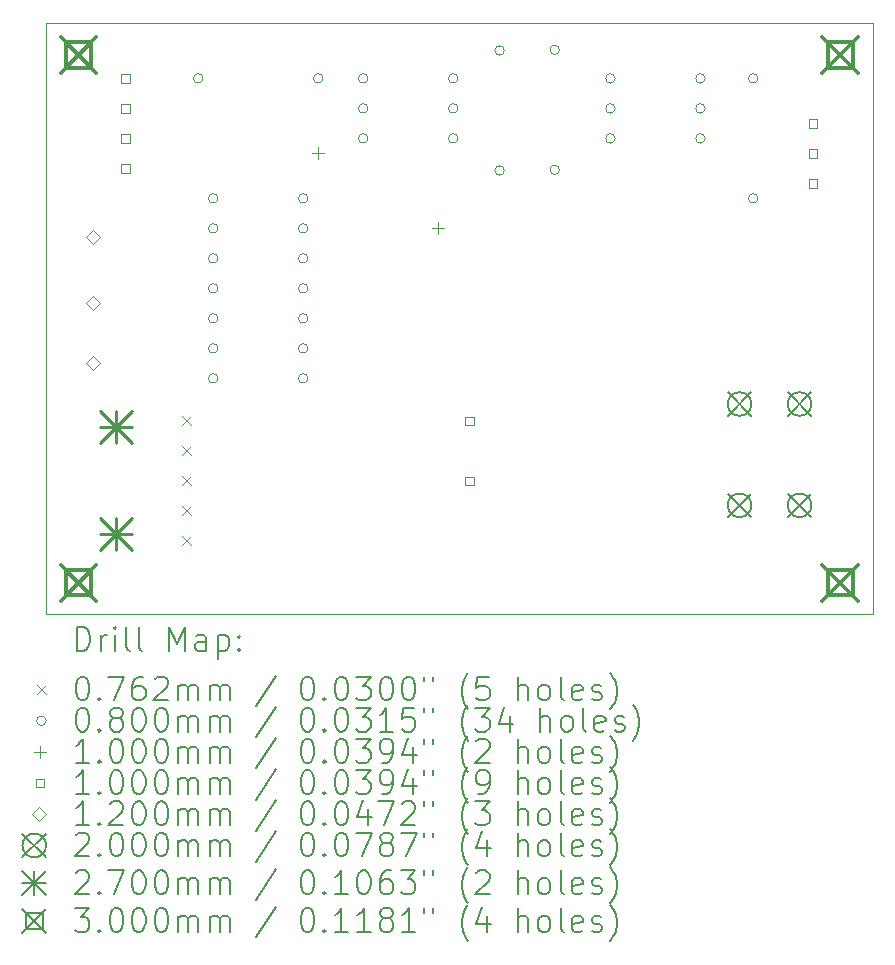
<source format=gbr>
%TF.GenerationSoftware,KiCad,Pcbnew,7.0.10*%
%TF.CreationDate,2024-11-29T16:24:07-07:00*%
%TF.ProjectId,PiTrac Connector Board,50695472-6163-4204-936f-6e6e6563746f,rev?*%
%TF.SameCoordinates,Original*%
%TF.FileFunction,Drillmap*%
%TF.FilePolarity,Positive*%
%FSLAX45Y45*%
G04 Gerber Fmt 4.5, Leading zero omitted, Abs format (unit mm)*
G04 Created by KiCad (PCBNEW 7.0.10) date 2024-11-29 16:24:07*
%MOMM*%
%LPD*%
G01*
G04 APERTURE LIST*
%ADD10C,0.050000*%
%ADD11C,0.200000*%
%ADD12C,0.100000*%
%ADD13C,0.120000*%
%ADD14C,0.270000*%
%ADD15C,0.300000*%
G04 APERTURE END LIST*
D10*
X10780000Y-7660000D02*
X17780000Y-7660000D01*
X17780000Y-12660000D01*
X10780000Y-12660000D01*
X10780000Y-7660000D01*
D11*
D12*
X11931900Y-10985900D02*
X12008100Y-11062100D01*
X12008100Y-10985900D02*
X11931900Y-11062100D01*
X11931900Y-11239900D02*
X12008100Y-11316100D01*
X12008100Y-11239900D02*
X11931900Y-11316100D01*
X11931900Y-11493900D02*
X12008100Y-11570100D01*
X12008100Y-11493900D02*
X11931900Y-11570100D01*
X11931900Y-11747900D02*
X12008100Y-11824100D01*
X12008100Y-11747900D02*
X11931900Y-11824100D01*
X11931900Y-12001900D02*
X12008100Y-12078100D01*
X12008100Y-12001900D02*
X11931900Y-12078100D01*
X12105000Y-8128000D02*
G75*
G03*
X12025000Y-8128000I-40000J0D01*
G01*
X12025000Y-8128000D02*
G75*
G03*
X12105000Y-8128000I40000J0D01*
G01*
X12232000Y-9144000D02*
G75*
G03*
X12152000Y-9144000I-40000J0D01*
G01*
X12152000Y-9144000D02*
G75*
G03*
X12232000Y-9144000I40000J0D01*
G01*
X12232000Y-9398000D02*
G75*
G03*
X12152000Y-9398000I-40000J0D01*
G01*
X12152000Y-9398000D02*
G75*
G03*
X12232000Y-9398000I40000J0D01*
G01*
X12232000Y-9652000D02*
G75*
G03*
X12152000Y-9652000I-40000J0D01*
G01*
X12152000Y-9652000D02*
G75*
G03*
X12232000Y-9652000I40000J0D01*
G01*
X12232000Y-9906000D02*
G75*
G03*
X12152000Y-9906000I-40000J0D01*
G01*
X12152000Y-9906000D02*
G75*
G03*
X12232000Y-9906000I40000J0D01*
G01*
X12232000Y-10160000D02*
G75*
G03*
X12152000Y-10160000I-40000J0D01*
G01*
X12152000Y-10160000D02*
G75*
G03*
X12232000Y-10160000I40000J0D01*
G01*
X12232000Y-10414000D02*
G75*
G03*
X12152000Y-10414000I-40000J0D01*
G01*
X12152000Y-10414000D02*
G75*
G03*
X12232000Y-10414000I40000J0D01*
G01*
X12232000Y-10668000D02*
G75*
G03*
X12152000Y-10668000I-40000J0D01*
G01*
X12152000Y-10668000D02*
G75*
G03*
X12232000Y-10668000I40000J0D01*
G01*
X12994000Y-9144000D02*
G75*
G03*
X12914000Y-9144000I-40000J0D01*
G01*
X12914000Y-9144000D02*
G75*
G03*
X12994000Y-9144000I40000J0D01*
G01*
X12994000Y-9398000D02*
G75*
G03*
X12914000Y-9398000I-40000J0D01*
G01*
X12914000Y-9398000D02*
G75*
G03*
X12994000Y-9398000I40000J0D01*
G01*
X12994000Y-9652000D02*
G75*
G03*
X12914000Y-9652000I-40000J0D01*
G01*
X12914000Y-9652000D02*
G75*
G03*
X12994000Y-9652000I40000J0D01*
G01*
X12994000Y-9906000D02*
G75*
G03*
X12914000Y-9906000I-40000J0D01*
G01*
X12914000Y-9906000D02*
G75*
G03*
X12994000Y-9906000I40000J0D01*
G01*
X12994000Y-10160000D02*
G75*
G03*
X12914000Y-10160000I-40000J0D01*
G01*
X12914000Y-10160000D02*
G75*
G03*
X12994000Y-10160000I40000J0D01*
G01*
X12994000Y-10414000D02*
G75*
G03*
X12914000Y-10414000I-40000J0D01*
G01*
X12914000Y-10414000D02*
G75*
G03*
X12994000Y-10414000I40000J0D01*
G01*
X12994000Y-10668000D02*
G75*
G03*
X12914000Y-10668000I-40000J0D01*
G01*
X12914000Y-10668000D02*
G75*
G03*
X12994000Y-10668000I40000J0D01*
G01*
X13121000Y-8128000D02*
G75*
G03*
X13041000Y-8128000I-40000J0D01*
G01*
X13041000Y-8128000D02*
G75*
G03*
X13121000Y-8128000I40000J0D01*
G01*
X13502000Y-8128000D02*
G75*
G03*
X13422000Y-8128000I-40000J0D01*
G01*
X13422000Y-8128000D02*
G75*
G03*
X13502000Y-8128000I40000J0D01*
G01*
X13502000Y-8382000D02*
G75*
G03*
X13422000Y-8382000I-40000J0D01*
G01*
X13422000Y-8382000D02*
G75*
G03*
X13502000Y-8382000I40000J0D01*
G01*
X13502000Y-8636000D02*
G75*
G03*
X13422000Y-8636000I-40000J0D01*
G01*
X13422000Y-8636000D02*
G75*
G03*
X13502000Y-8636000I40000J0D01*
G01*
X14264000Y-8128000D02*
G75*
G03*
X14184000Y-8128000I-40000J0D01*
G01*
X14184000Y-8128000D02*
G75*
G03*
X14264000Y-8128000I40000J0D01*
G01*
X14264000Y-8382000D02*
G75*
G03*
X14184000Y-8382000I-40000J0D01*
G01*
X14184000Y-8382000D02*
G75*
G03*
X14264000Y-8382000I40000J0D01*
G01*
X14264000Y-8636000D02*
G75*
G03*
X14184000Y-8636000I-40000J0D01*
G01*
X14184000Y-8636000D02*
G75*
G03*
X14264000Y-8636000I40000J0D01*
G01*
X14657625Y-7891907D02*
G75*
G03*
X14577625Y-7891907I-40000J0D01*
G01*
X14577625Y-7891907D02*
G75*
G03*
X14657625Y-7891907I40000J0D01*
G01*
X14657625Y-8907907D02*
G75*
G03*
X14577625Y-8907907I-40000J0D01*
G01*
X14577625Y-8907907D02*
G75*
G03*
X14657625Y-8907907I40000J0D01*
G01*
X15124003Y-7886100D02*
G75*
G03*
X15044003Y-7886100I-40000J0D01*
G01*
X15044003Y-7886100D02*
G75*
G03*
X15124003Y-7886100I40000J0D01*
G01*
X15124003Y-8902100D02*
G75*
G03*
X15044003Y-8902100I-40000J0D01*
G01*
X15044003Y-8902100D02*
G75*
G03*
X15124003Y-8902100I40000J0D01*
G01*
X15595140Y-8128000D02*
G75*
G03*
X15515140Y-8128000I-40000J0D01*
G01*
X15515140Y-8128000D02*
G75*
G03*
X15595140Y-8128000I40000J0D01*
G01*
X15595140Y-8382000D02*
G75*
G03*
X15515140Y-8382000I-40000J0D01*
G01*
X15515140Y-8382000D02*
G75*
G03*
X15595140Y-8382000I40000J0D01*
G01*
X15595140Y-8636000D02*
G75*
G03*
X15515140Y-8636000I-40000J0D01*
G01*
X15515140Y-8636000D02*
G75*
G03*
X15595140Y-8636000I40000J0D01*
G01*
X16357140Y-8128000D02*
G75*
G03*
X16277140Y-8128000I-40000J0D01*
G01*
X16277140Y-8128000D02*
G75*
G03*
X16357140Y-8128000I40000J0D01*
G01*
X16357140Y-8382000D02*
G75*
G03*
X16277140Y-8382000I-40000J0D01*
G01*
X16277140Y-8382000D02*
G75*
G03*
X16357140Y-8382000I40000J0D01*
G01*
X16357140Y-8636000D02*
G75*
G03*
X16277140Y-8636000I-40000J0D01*
G01*
X16277140Y-8636000D02*
G75*
G03*
X16357140Y-8636000I40000J0D01*
G01*
X16804000Y-8128000D02*
G75*
G03*
X16724000Y-8128000I-40000J0D01*
G01*
X16724000Y-8128000D02*
G75*
G03*
X16804000Y-8128000I40000J0D01*
G01*
X16804000Y-9144000D02*
G75*
G03*
X16724000Y-9144000I-40000J0D01*
G01*
X16724000Y-9144000D02*
G75*
G03*
X16804000Y-9144000I40000J0D01*
G01*
X13081000Y-8713000D02*
X13081000Y-8813000D01*
X13031000Y-8763000D02*
X13131000Y-8763000D01*
X14097000Y-9348000D02*
X14097000Y-9448000D01*
X14047000Y-9398000D02*
X14147000Y-9398000D01*
X11483862Y-8163356D02*
X11483862Y-8092644D01*
X11413151Y-8092644D01*
X11413151Y-8163356D01*
X11483862Y-8163356D01*
X11483862Y-8417356D02*
X11483862Y-8346644D01*
X11413151Y-8346644D01*
X11413151Y-8417356D01*
X11483862Y-8417356D01*
X11483862Y-8671356D02*
X11483862Y-8600644D01*
X11413151Y-8600644D01*
X11413151Y-8671356D01*
X11483862Y-8671356D01*
X11483862Y-8925356D02*
X11483862Y-8854644D01*
X11413151Y-8854644D01*
X11413151Y-8925356D01*
X11483862Y-8925356D01*
X14397931Y-11066487D02*
X14397931Y-10995775D01*
X14327220Y-10995775D01*
X14327220Y-11066487D01*
X14397931Y-11066487D01*
X14397931Y-11574487D02*
X14397931Y-11503775D01*
X14327220Y-11503775D01*
X14327220Y-11574487D01*
X14397931Y-11574487D01*
X17307356Y-8544356D02*
X17307356Y-8473644D01*
X17236644Y-8473644D01*
X17236644Y-8544356D01*
X17307356Y-8544356D01*
X17307356Y-8798356D02*
X17307356Y-8727644D01*
X17236644Y-8727644D01*
X17236644Y-8798356D01*
X17307356Y-8798356D01*
X17307356Y-9052356D02*
X17307356Y-8981644D01*
X17236644Y-8981644D01*
X17236644Y-9052356D01*
X17307356Y-9052356D01*
D13*
X11176000Y-9529420D02*
X11236000Y-9469420D01*
X11176000Y-9409420D01*
X11116000Y-9469420D01*
X11176000Y-9529420D01*
X11176000Y-10093000D02*
X11236000Y-10033000D01*
X11176000Y-9973000D01*
X11116000Y-10033000D01*
X11176000Y-10093000D01*
X11176000Y-10601000D02*
X11236000Y-10541000D01*
X11176000Y-10481000D01*
X11116000Y-10541000D01*
X11176000Y-10601000D01*
D11*
X16548576Y-10785131D02*
X16748576Y-10985131D01*
X16748576Y-10785131D02*
X16548576Y-10985131D01*
X16748576Y-10885131D02*
G75*
G03*
X16548576Y-10885131I-100000J0D01*
G01*
X16548576Y-10885131D02*
G75*
G03*
X16748576Y-10885131I100000J0D01*
G01*
X16548576Y-11643131D02*
X16748576Y-11843131D01*
X16748576Y-11643131D02*
X16548576Y-11843131D01*
X16748576Y-11743131D02*
G75*
G03*
X16548576Y-11743131I-100000J0D01*
G01*
X16548576Y-11743131D02*
G75*
G03*
X16748576Y-11743131I100000J0D01*
G01*
X17056576Y-10785131D02*
X17256576Y-10985131D01*
X17256576Y-10785131D02*
X17056576Y-10985131D01*
X17256576Y-10885131D02*
G75*
G03*
X17056576Y-10885131I-100000J0D01*
G01*
X17056576Y-10885131D02*
G75*
G03*
X17256576Y-10885131I100000J0D01*
G01*
X17056576Y-11643131D02*
X17256576Y-11843131D01*
X17256576Y-11643131D02*
X17056576Y-11843131D01*
X17256576Y-11743131D02*
G75*
G03*
X17056576Y-11743131I-100000J0D01*
G01*
X17056576Y-11743131D02*
G75*
G03*
X17256576Y-11743131I100000J0D01*
G01*
D14*
X11235000Y-10947000D02*
X11505000Y-11217000D01*
X11505000Y-10947000D02*
X11235000Y-11217000D01*
X11370000Y-10947000D02*
X11370000Y-11217000D01*
X11235000Y-11082000D02*
X11505000Y-11082000D01*
X11235000Y-11847000D02*
X11505000Y-12117000D01*
X11505000Y-11847000D02*
X11235000Y-12117000D01*
X11370000Y-11847000D02*
X11370000Y-12117000D01*
X11235000Y-11982000D02*
X11505000Y-11982000D01*
D15*
X10900000Y-7780000D02*
X11200000Y-8080000D01*
X11200000Y-7780000D02*
X10900000Y-8080000D01*
X11156067Y-8036067D02*
X11156067Y-7823933D01*
X10943933Y-7823933D01*
X10943933Y-8036067D01*
X11156067Y-8036067D01*
X10900000Y-12250000D02*
X11200000Y-12550000D01*
X11200000Y-12250000D02*
X10900000Y-12550000D01*
X11156067Y-12506067D02*
X11156067Y-12293933D01*
X10943933Y-12293933D01*
X10943933Y-12506067D01*
X11156067Y-12506067D01*
X17350000Y-7780000D02*
X17650000Y-8080000D01*
X17650000Y-7780000D02*
X17350000Y-8080000D01*
X17606067Y-8036067D02*
X17606067Y-7823933D01*
X17393933Y-7823933D01*
X17393933Y-8036067D01*
X17606067Y-8036067D01*
X17350000Y-12250000D02*
X17650000Y-12550000D01*
X17650000Y-12250000D02*
X17350000Y-12550000D01*
X17606067Y-12506067D02*
X17606067Y-12293933D01*
X17393933Y-12293933D01*
X17393933Y-12506067D01*
X17606067Y-12506067D01*
D11*
X11038277Y-12973984D02*
X11038277Y-12773984D01*
X11038277Y-12773984D02*
X11085896Y-12773984D01*
X11085896Y-12773984D02*
X11114467Y-12783508D01*
X11114467Y-12783508D02*
X11133515Y-12802555D01*
X11133515Y-12802555D02*
X11143039Y-12821603D01*
X11143039Y-12821603D02*
X11152563Y-12859698D01*
X11152563Y-12859698D02*
X11152563Y-12888269D01*
X11152563Y-12888269D02*
X11143039Y-12926365D01*
X11143039Y-12926365D02*
X11133515Y-12945412D01*
X11133515Y-12945412D02*
X11114467Y-12964460D01*
X11114467Y-12964460D02*
X11085896Y-12973984D01*
X11085896Y-12973984D02*
X11038277Y-12973984D01*
X11238277Y-12973984D02*
X11238277Y-12840650D01*
X11238277Y-12878746D02*
X11247801Y-12859698D01*
X11247801Y-12859698D02*
X11257324Y-12850174D01*
X11257324Y-12850174D02*
X11276372Y-12840650D01*
X11276372Y-12840650D02*
X11295420Y-12840650D01*
X11362086Y-12973984D02*
X11362086Y-12840650D01*
X11362086Y-12773984D02*
X11352562Y-12783508D01*
X11352562Y-12783508D02*
X11362086Y-12793031D01*
X11362086Y-12793031D02*
X11371610Y-12783508D01*
X11371610Y-12783508D02*
X11362086Y-12773984D01*
X11362086Y-12773984D02*
X11362086Y-12793031D01*
X11485896Y-12973984D02*
X11466848Y-12964460D01*
X11466848Y-12964460D02*
X11457324Y-12945412D01*
X11457324Y-12945412D02*
X11457324Y-12773984D01*
X11590658Y-12973984D02*
X11571610Y-12964460D01*
X11571610Y-12964460D02*
X11562086Y-12945412D01*
X11562086Y-12945412D02*
X11562086Y-12773984D01*
X11819229Y-12973984D02*
X11819229Y-12773984D01*
X11819229Y-12773984D02*
X11885896Y-12916841D01*
X11885896Y-12916841D02*
X11952562Y-12773984D01*
X11952562Y-12773984D02*
X11952562Y-12973984D01*
X12133515Y-12973984D02*
X12133515Y-12869222D01*
X12133515Y-12869222D02*
X12123991Y-12850174D01*
X12123991Y-12850174D02*
X12104943Y-12840650D01*
X12104943Y-12840650D02*
X12066848Y-12840650D01*
X12066848Y-12840650D02*
X12047801Y-12850174D01*
X12133515Y-12964460D02*
X12114467Y-12973984D01*
X12114467Y-12973984D02*
X12066848Y-12973984D01*
X12066848Y-12973984D02*
X12047801Y-12964460D01*
X12047801Y-12964460D02*
X12038277Y-12945412D01*
X12038277Y-12945412D02*
X12038277Y-12926365D01*
X12038277Y-12926365D02*
X12047801Y-12907317D01*
X12047801Y-12907317D02*
X12066848Y-12897793D01*
X12066848Y-12897793D02*
X12114467Y-12897793D01*
X12114467Y-12897793D02*
X12133515Y-12888269D01*
X12228753Y-12840650D02*
X12228753Y-13040650D01*
X12228753Y-12850174D02*
X12247801Y-12840650D01*
X12247801Y-12840650D02*
X12285896Y-12840650D01*
X12285896Y-12840650D02*
X12304943Y-12850174D01*
X12304943Y-12850174D02*
X12314467Y-12859698D01*
X12314467Y-12859698D02*
X12323991Y-12878746D01*
X12323991Y-12878746D02*
X12323991Y-12935888D01*
X12323991Y-12935888D02*
X12314467Y-12954936D01*
X12314467Y-12954936D02*
X12304943Y-12964460D01*
X12304943Y-12964460D02*
X12285896Y-12973984D01*
X12285896Y-12973984D02*
X12247801Y-12973984D01*
X12247801Y-12973984D02*
X12228753Y-12964460D01*
X12409705Y-12954936D02*
X12419229Y-12964460D01*
X12419229Y-12964460D02*
X12409705Y-12973984D01*
X12409705Y-12973984D02*
X12400182Y-12964460D01*
X12400182Y-12964460D02*
X12409705Y-12954936D01*
X12409705Y-12954936D02*
X12409705Y-12973984D01*
X12409705Y-12850174D02*
X12419229Y-12859698D01*
X12419229Y-12859698D02*
X12409705Y-12869222D01*
X12409705Y-12869222D02*
X12400182Y-12859698D01*
X12400182Y-12859698D02*
X12409705Y-12850174D01*
X12409705Y-12850174D02*
X12409705Y-12869222D01*
D12*
X10701300Y-13264400D02*
X10777500Y-13340600D01*
X10777500Y-13264400D02*
X10701300Y-13340600D01*
D11*
X11076372Y-13193984D02*
X11095420Y-13193984D01*
X11095420Y-13193984D02*
X11114467Y-13203508D01*
X11114467Y-13203508D02*
X11123991Y-13213031D01*
X11123991Y-13213031D02*
X11133515Y-13232079D01*
X11133515Y-13232079D02*
X11143039Y-13270174D01*
X11143039Y-13270174D02*
X11143039Y-13317793D01*
X11143039Y-13317793D02*
X11133515Y-13355888D01*
X11133515Y-13355888D02*
X11123991Y-13374936D01*
X11123991Y-13374936D02*
X11114467Y-13384460D01*
X11114467Y-13384460D02*
X11095420Y-13393984D01*
X11095420Y-13393984D02*
X11076372Y-13393984D01*
X11076372Y-13393984D02*
X11057324Y-13384460D01*
X11057324Y-13384460D02*
X11047801Y-13374936D01*
X11047801Y-13374936D02*
X11038277Y-13355888D01*
X11038277Y-13355888D02*
X11028753Y-13317793D01*
X11028753Y-13317793D02*
X11028753Y-13270174D01*
X11028753Y-13270174D02*
X11038277Y-13232079D01*
X11038277Y-13232079D02*
X11047801Y-13213031D01*
X11047801Y-13213031D02*
X11057324Y-13203508D01*
X11057324Y-13203508D02*
X11076372Y-13193984D01*
X11228753Y-13374936D02*
X11238277Y-13384460D01*
X11238277Y-13384460D02*
X11228753Y-13393984D01*
X11228753Y-13393984D02*
X11219229Y-13384460D01*
X11219229Y-13384460D02*
X11228753Y-13374936D01*
X11228753Y-13374936D02*
X11228753Y-13393984D01*
X11304943Y-13193984D02*
X11438277Y-13193984D01*
X11438277Y-13193984D02*
X11352562Y-13393984D01*
X11600182Y-13193984D02*
X11562086Y-13193984D01*
X11562086Y-13193984D02*
X11543039Y-13203508D01*
X11543039Y-13203508D02*
X11533515Y-13213031D01*
X11533515Y-13213031D02*
X11514467Y-13241603D01*
X11514467Y-13241603D02*
X11504943Y-13279698D01*
X11504943Y-13279698D02*
X11504943Y-13355888D01*
X11504943Y-13355888D02*
X11514467Y-13374936D01*
X11514467Y-13374936D02*
X11523991Y-13384460D01*
X11523991Y-13384460D02*
X11543039Y-13393984D01*
X11543039Y-13393984D02*
X11581134Y-13393984D01*
X11581134Y-13393984D02*
X11600182Y-13384460D01*
X11600182Y-13384460D02*
X11609705Y-13374936D01*
X11609705Y-13374936D02*
X11619229Y-13355888D01*
X11619229Y-13355888D02*
X11619229Y-13308269D01*
X11619229Y-13308269D02*
X11609705Y-13289222D01*
X11609705Y-13289222D02*
X11600182Y-13279698D01*
X11600182Y-13279698D02*
X11581134Y-13270174D01*
X11581134Y-13270174D02*
X11543039Y-13270174D01*
X11543039Y-13270174D02*
X11523991Y-13279698D01*
X11523991Y-13279698D02*
X11514467Y-13289222D01*
X11514467Y-13289222D02*
X11504943Y-13308269D01*
X11695420Y-13213031D02*
X11704943Y-13203508D01*
X11704943Y-13203508D02*
X11723991Y-13193984D01*
X11723991Y-13193984D02*
X11771610Y-13193984D01*
X11771610Y-13193984D02*
X11790658Y-13203508D01*
X11790658Y-13203508D02*
X11800182Y-13213031D01*
X11800182Y-13213031D02*
X11809705Y-13232079D01*
X11809705Y-13232079D02*
X11809705Y-13251127D01*
X11809705Y-13251127D02*
X11800182Y-13279698D01*
X11800182Y-13279698D02*
X11685896Y-13393984D01*
X11685896Y-13393984D02*
X11809705Y-13393984D01*
X11895420Y-13393984D02*
X11895420Y-13260650D01*
X11895420Y-13279698D02*
X11904943Y-13270174D01*
X11904943Y-13270174D02*
X11923991Y-13260650D01*
X11923991Y-13260650D02*
X11952563Y-13260650D01*
X11952563Y-13260650D02*
X11971610Y-13270174D01*
X11971610Y-13270174D02*
X11981134Y-13289222D01*
X11981134Y-13289222D02*
X11981134Y-13393984D01*
X11981134Y-13289222D02*
X11990658Y-13270174D01*
X11990658Y-13270174D02*
X12009705Y-13260650D01*
X12009705Y-13260650D02*
X12038277Y-13260650D01*
X12038277Y-13260650D02*
X12057324Y-13270174D01*
X12057324Y-13270174D02*
X12066848Y-13289222D01*
X12066848Y-13289222D02*
X12066848Y-13393984D01*
X12162086Y-13393984D02*
X12162086Y-13260650D01*
X12162086Y-13279698D02*
X12171610Y-13270174D01*
X12171610Y-13270174D02*
X12190658Y-13260650D01*
X12190658Y-13260650D02*
X12219229Y-13260650D01*
X12219229Y-13260650D02*
X12238277Y-13270174D01*
X12238277Y-13270174D02*
X12247801Y-13289222D01*
X12247801Y-13289222D02*
X12247801Y-13393984D01*
X12247801Y-13289222D02*
X12257324Y-13270174D01*
X12257324Y-13270174D02*
X12276372Y-13260650D01*
X12276372Y-13260650D02*
X12304943Y-13260650D01*
X12304943Y-13260650D02*
X12323991Y-13270174D01*
X12323991Y-13270174D02*
X12333515Y-13289222D01*
X12333515Y-13289222D02*
X12333515Y-13393984D01*
X12723991Y-13184460D02*
X12552563Y-13441603D01*
X12981134Y-13193984D02*
X13000182Y-13193984D01*
X13000182Y-13193984D02*
X13019229Y-13203508D01*
X13019229Y-13203508D02*
X13028753Y-13213031D01*
X13028753Y-13213031D02*
X13038277Y-13232079D01*
X13038277Y-13232079D02*
X13047801Y-13270174D01*
X13047801Y-13270174D02*
X13047801Y-13317793D01*
X13047801Y-13317793D02*
X13038277Y-13355888D01*
X13038277Y-13355888D02*
X13028753Y-13374936D01*
X13028753Y-13374936D02*
X13019229Y-13384460D01*
X13019229Y-13384460D02*
X13000182Y-13393984D01*
X13000182Y-13393984D02*
X12981134Y-13393984D01*
X12981134Y-13393984D02*
X12962086Y-13384460D01*
X12962086Y-13384460D02*
X12952563Y-13374936D01*
X12952563Y-13374936D02*
X12943039Y-13355888D01*
X12943039Y-13355888D02*
X12933515Y-13317793D01*
X12933515Y-13317793D02*
X12933515Y-13270174D01*
X12933515Y-13270174D02*
X12943039Y-13232079D01*
X12943039Y-13232079D02*
X12952563Y-13213031D01*
X12952563Y-13213031D02*
X12962086Y-13203508D01*
X12962086Y-13203508D02*
X12981134Y-13193984D01*
X13133515Y-13374936D02*
X13143039Y-13384460D01*
X13143039Y-13384460D02*
X13133515Y-13393984D01*
X13133515Y-13393984D02*
X13123991Y-13384460D01*
X13123991Y-13384460D02*
X13133515Y-13374936D01*
X13133515Y-13374936D02*
X13133515Y-13393984D01*
X13266848Y-13193984D02*
X13285896Y-13193984D01*
X13285896Y-13193984D02*
X13304944Y-13203508D01*
X13304944Y-13203508D02*
X13314467Y-13213031D01*
X13314467Y-13213031D02*
X13323991Y-13232079D01*
X13323991Y-13232079D02*
X13333515Y-13270174D01*
X13333515Y-13270174D02*
X13333515Y-13317793D01*
X13333515Y-13317793D02*
X13323991Y-13355888D01*
X13323991Y-13355888D02*
X13314467Y-13374936D01*
X13314467Y-13374936D02*
X13304944Y-13384460D01*
X13304944Y-13384460D02*
X13285896Y-13393984D01*
X13285896Y-13393984D02*
X13266848Y-13393984D01*
X13266848Y-13393984D02*
X13247801Y-13384460D01*
X13247801Y-13384460D02*
X13238277Y-13374936D01*
X13238277Y-13374936D02*
X13228753Y-13355888D01*
X13228753Y-13355888D02*
X13219229Y-13317793D01*
X13219229Y-13317793D02*
X13219229Y-13270174D01*
X13219229Y-13270174D02*
X13228753Y-13232079D01*
X13228753Y-13232079D02*
X13238277Y-13213031D01*
X13238277Y-13213031D02*
X13247801Y-13203508D01*
X13247801Y-13203508D02*
X13266848Y-13193984D01*
X13400182Y-13193984D02*
X13523991Y-13193984D01*
X13523991Y-13193984D02*
X13457325Y-13270174D01*
X13457325Y-13270174D02*
X13485896Y-13270174D01*
X13485896Y-13270174D02*
X13504944Y-13279698D01*
X13504944Y-13279698D02*
X13514467Y-13289222D01*
X13514467Y-13289222D02*
X13523991Y-13308269D01*
X13523991Y-13308269D02*
X13523991Y-13355888D01*
X13523991Y-13355888D02*
X13514467Y-13374936D01*
X13514467Y-13374936D02*
X13504944Y-13384460D01*
X13504944Y-13384460D02*
X13485896Y-13393984D01*
X13485896Y-13393984D02*
X13428753Y-13393984D01*
X13428753Y-13393984D02*
X13409706Y-13384460D01*
X13409706Y-13384460D02*
X13400182Y-13374936D01*
X13647801Y-13193984D02*
X13666848Y-13193984D01*
X13666848Y-13193984D02*
X13685896Y-13203508D01*
X13685896Y-13203508D02*
X13695420Y-13213031D01*
X13695420Y-13213031D02*
X13704944Y-13232079D01*
X13704944Y-13232079D02*
X13714467Y-13270174D01*
X13714467Y-13270174D02*
X13714467Y-13317793D01*
X13714467Y-13317793D02*
X13704944Y-13355888D01*
X13704944Y-13355888D02*
X13695420Y-13374936D01*
X13695420Y-13374936D02*
X13685896Y-13384460D01*
X13685896Y-13384460D02*
X13666848Y-13393984D01*
X13666848Y-13393984D02*
X13647801Y-13393984D01*
X13647801Y-13393984D02*
X13628753Y-13384460D01*
X13628753Y-13384460D02*
X13619229Y-13374936D01*
X13619229Y-13374936D02*
X13609706Y-13355888D01*
X13609706Y-13355888D02*
X13600182Y-13317793D01*
X13600182Y-13317793D02*
X13600182Y-13270174D01*
X13600182Y-13270174D02*
X13609706Y-13232079D01*
X13609706Y-13232079D02*
X13619229Y-13213031D01*
X13619229Y-13213031D02*
X13628753Y-13203508D01*
X13628753Y-13203508D02*
X13647801Y-13193984D01*
X13838277Y-13193984D02*
X13857325Y-13193984D01*
X13857325Y-13193984D02*
X13876372Y-13203508D01*
X13876372Y-13203508D02*
X13885896Y-13213031D01*
X13885896Y-13213031D02*
X13895420Y-13232079D01*
X13895420Y-13232079D02*
X13904944Y-13270174D01*
X13904944Y-13270174D02*
X13904944Y-13317793D01*
X13904944Y-13317793D02*
X13895420Y-13355888D01*
X13895420Y-13355888D02*
X13885896Y-13374936D01*
X13885896Y-13374936D02*
X13876372Y-13384460D01*
X13876372Y-13384460D02*
X13857325Y-13393984D01*
X13857325Y-13393984D02*
X13838277Y-13393984D01*
X13838277Y-13393984D02*
X13819229Y-13384460D01*
X13819229Y-13384460D02*
X13809706Y-13374936D01*
X13809706Y-13374936D02*
X13800182Y-13355888D01*
X13800182Y-13355888D02*
X13790658Y-13317793D01*
X13790658Y-13317793D02*
X13790658Y-13270174D01*
X13790658Y-13270174D02*
X13800182Y-13232079D01*
X13800182Y-13232079D02*
X13809706Y-13213031D01*
X13809706Y-13213031D02*
X13819229Y-13203508D01*
X13819229Y-13203508D02*
X13838277Y-13193984D01*
X13981134Y-13193984D02*
X13981134Y-13232079D01*
X14057325Y-13193984D02*
X14057325Y-13232079D01*
X14352563Y-13470174D02*
X14343039Y-13460650D01*
X14343039Y-13460650D02*
X14323991Y-13432079D01*
X14323991Y-13432079D02*
X14314468Y-13413031D01*
X14314468Y-13413031D02*
X14304944Y-13384460D01*
X14304944Y-13384460D02*
X14295420Y-13336841D01*
X14295420Y-13336841D02*
X14295420Y-13298746D01*
X14295420Y-13298746D02*
X14304944Y-13251127D01*
X14304944Y-13251127D02*
X14314468Y-13222555D01*
X14314468Y-13222555D02*
X14323991Y-13203508D01*
X14323991Y-13203508D02*
X14343039Y-13174936D01*
X14343039Y-13174936D02*
X14352563Y-13165412D01*
X14523991Y-13193984D02*
X14428753Y-13193984D01*
X14428753Y-13193984D02*
X14419229Y-13289222D01*
X14419229Y-13289222D02*
X14428753Y-13279698D01*
X14428753Y-13279698D02*
X14447801Y-13270174D01*
X14447801Y-13270174D02*
X14495420Y-13270174D01*
X14495420Y-13270174D02*
X14514468Y-13279698D01*
X14514468Y-13279698D02*
X14523991Y-13289222D01*
X14523991Y-13289222D02*
X14533515Y-13308269D01*
X14533515Y-13308269D02*
X14533515Y-13355888D01*
X14533515Y-13355888D02*
X14523991Y-13374936D01*
X14523991Y-13374936D02*
X14514468Y-13384460D01*
X14514468Y-13384460D02*
X14495420Y-13393984D01*
X14495420Y-13393984D02*
X14447801Y-13393984D01*
X14447801Y-13393984D02*
X14428753Y-13384460D01*
X14428753Y-13384460D02*
X14419229Y-13374936D01*
X14771610Y-13393984D02*
X14771610Y-13193984D01*
X14857325Y-13393984D02*
X14857325Y-13289222D01*
X14857325Y-13289222D02*
X14847801Y-13270174D01*
X14847801Y-13270174D02*
X14828753Y-13260650D01*
X14828753Y-13260650D02*
X14800182Y-13260650D01*
X14800182Y-13260650D02*
X14781134Y-13270174D01*
X14781134Y-13270174D02*
X14771610Y-13279698D01*
X14981134Y-13393984D02*
X14962087Y-13384460D01*
X14962087Y-13384460D02*
X14952563Y-13374936D01*
X14952563Y-13374936D02*
X14943039Y-13355888D01*
X14943039Y-13355888D02*
X14943039Y-13298746D01*
X14943039Y-13298746D02*
X14952563Y-13279698D01*
X14952563Y-13279698D02*
X14962087Y-13270174D01*
X14962087Y-13270174D02*
X14981134Y-13260650D01*
X14981134Y-13260650D02*
X15009706Y-13260650D01*
X15009706Y-13260650D02*
X15028753Y-13270174D01*
X15028753Y-13270174D02*
X15038277Y-13279698D01*
X15038277Y-13279698D02*
X15047801Y-13298746D01*
X15047801Y-13298746D02*
X15047801Y-13355888D01*
X15047801Y-13355888D02*
X15038277Y-13374936D01*
X15038277Y-13374936D02*
X15028753Y-13384460D01*
X15028753Y-13384460D02*
X15009706Y-13393984D01*
X15009706Y-13393984D02*
X14981134Y-13393984D01*
X15162087Y-13393984D02*
X15143039Y-13384460D01*
X15143039Y-13384460D02*
X15133515Y-13365412D01*
X15133515Y-13365412D02*
X15133515Y-13193984D01*
X15314468Y-13384460D02*
X15295420Y-13393984D01*
X15295420Y-13393984D02*
X15257325Y-13393984D01*
X15257325Y-13393984D02*
X15238277Y-13384460D01*
X15238277Y-13384460D02*
X15228753Y-13365412D01*
X15228753Y-13365412D02*
X15228753Y-13289222D01*
X15228753Y-13289222D02*
X15238277Y-13270174D01*
X15238277Y-13270174D02*
X15257325Y-13260650D01*
X15257325Y-13260650D02*
X15295420Y-13260650D01*
X15295420Y-13260650D02*
X15314468Y-13270174D01*
X15314468Y-13270174D02*
X15323991Y-13289222D01*
X15323991Y-13289222D02*
X15323991Y-13308269D01*
X15323991Y-13308269D02*
X15228753Y-13327317D01*
X15400182Y-13384460D02*
X15419230Y-13393984D01*
X15419230Y-13393984D02*
X15457325Y-13393984D01*
X15457325Y-13393984D02*
X15476372Y-13384460D01*
X15476372Y-13384460D02*
X15485896Y-13365412D01*
X15485896Y-13365412D02*
X15485896Y-13355888D01*
X15485896Y-13355888D02*
X15476372Y-13336841D01*
X15476372Y-13336841D02*
X15457325Y-13327317D01*
X15457325Y-13327317D02*
X15428753Y-13327317D01*
X15428753Y-13327317D02*
X15409706Y-13317793D01*
X15409706Y-13317793D02*
X15400182Y-13298746D01*
X15400182Y-13298746D02*
X15400182Y-13289222D01*
X15400182Y-13289222D02*
X15409706Y-13270174D01*
X15409706Y-13270174D02*
X15428753Y-13260650D01*
X15428753Y-13260650D02*
X15457325Y-13260650D01*
X15457325Y-13260650D02*
X15476372Y-13270174D01*
X15552563Y-13470174D02*
X15562087Y-13460650D01*
X15562087Y-13460650D02*
X15581134Y-13432079D01*
X15581134Y-13432079D02*
X15590658Y-13413031D01*
X15590658Y-13413031D02*
X15600182Y-13384460D01*
X15600182Y-13384460D02*
X15609706Y-13336841D01*
X15609706Y-13336841D02*
X15609706Y-13298746D01*
X15609706Y-13298746D02*
X15600182Y-13251127D01*
X15600182Y-13251127D02*
X15590658Y-13222555D01*
X15590658Y-13222555D02*
X15581134Y-13203508D01*
X15581134Y-13203508D02*
X15562087Y-13174936D01*
X15562087Y-13174936D02*
X15552563Y-13165412D01*
D12*
X10777500Y-13566500D02*
G75*
G03*
X10697500Y-13566500I-40000J0D01*
G01*
X10697500Y-13566500D02*
G75*
G03*
X10777500Y-13566500I40000J0D01*
G01*
D11*
X11076372Y-13457984D02*
X11095420Y-13457984D01*
X11095420Y-13457984D02*
X11114467Y-13467508D01*
X11114467Y-13467508D02*
X11123991Y-13477031D01*
X11123991Y-13477031D02*
X11133515Y-13496079D01*
X11133515Y-13496079D02*
X11143039Y-13534174D01*
X11143039Y-13534174D02*
X11143039Y-13581793D01*
X11143039Y-13581793D02*
X11133515Y-13619888D01*
X11133515Y-13619888D02*
X11123991Y-13638936D01*
X11123991Y-13638936D02*
X11114467Y-13648460D01*
X11114467Y-13648460D02*
X11095420Y-13657984D01*
X11095420Y-13657984D02*
X11076372Y-13657984D01*
X11076372Y-13657984D02*
X11057324Y-13648460D01*
X11057324Y-13648460D02*
X11047801Y-13638936D01*
X11047801Y-13638936D02*
X11038277Y-13619888D01*
X11038277Y-13619888D02*
X11028753Y-13581793D01*
X11028753Y-13581793D02*
X11028753Y-13534174D01*
X11028753Y-13534174D02*
X11038277Y-13496079D01*
X11038277Y-13496079D02*
X11047801Y-13477031D01*
X11047801Y-13477031D02*
X11057324Y-13467508D01*
X11057324Y-13467508D02*
X11076372Y-13457984D01*
X11228753Y-13638936D02*
X11238277Y-13648460D01*
X11238277Y-13648460D02*
X11228753Y-13657984D01*
X11228753Y-13657984D02*
X11219229Y-13648460D01*
X11219229Y-13648460D02*
X11228753Y-13638936D01*
X11228753Y-13638936D02*
X11228753Y-13657984D01*
X11352562Y-13543698D02*
X11333515Y-13534174D01*
X11333515Y-13534174D02*
X11323991Y-13524650D01*
X11323991Y-13524650D02*
X11314467Y-13505603D01*
X11314467Y-13505603D02*
X11314467Y-13496079D01*
X11314467Y-13496079D02*
X11323991Y-13477031D01*
X11323991Y-13477031D02*
X11333515Y-13467508D01*
X11333515Y-13467508D02*
X11352562Y-13457984D01*
X11352562Y-13457984D02*
X11390658Y-13457984D01*
X11390658Y-13457984D02*
X11409705Y-13467508D01*
X11409705Y-13467508D02*
X11419229Y-13477031D01*
X11419229Y-13477031D02*
X11428753Y-13496079D01*
X11428753Y-13496079D02*
X11428753Y-13505603D01*
X11428753Y-13505603D02*
X11419229Y-13524650D01*
X11419229Y-13524650D02*
X11409705Y-13534174D01*
X11409705Y-13534174D02*
X11390658Y-13543698D01*
X11390658Y-13543698D02*
X11352562Y-13543698D01*
X11352562Y-13543698D02*
X11333515Y-13553222D01*
X11333515Y-13553222D02*
X11323991Y-13562746D01*
X11323991Y-13562746D02*
X11314467Y-13581793D01*
X11314467Y-13581793D02*
X11314467Y-13619888D01*
X11314467Y-13619888D02*
X11323991Y-13638936D01*
X11323991Y-13638936D02*
X11333515Y-13648460D01*
X11333515Y-13648460D02*
X11352562Y-13657984D01*
X11352562Y-13657984D02*
X11390658Y-13657984D01*
X11390658Y-13657984D02*
X11409705Y-13648460D01*
X11409705Y-13648460D02*
X11419229Y-13638936D01*
X11419229Y-13638936D02*
X11428753Y-13619888D01*
X11428753Y-13619888D02*
X11428753Y-13581793D01*
X11428753Y-13581793D02*
X11419229Y-13562746D01*
X11419229Y-13562746D02*
X11409705Y-13553222D01*
X11409705Y-13553222D02*
X11390658Y-13543698D01*
X11552562Y-13457984D02*
X11571610Y-13457984D01*
X11571610Y-13457984D02*
X11590658Y-13467508D01*
X11590658Y-13467508D02*
X11600182Y-13477031D01*
X11600182Y-13477031D02*
X11609705Y-13496079D01*
X11609705Y-13496079D02*
X11619229Y-13534174D01*
X11619229Y-13534174D02*
X11619229Y-13581793D01*
X11619229Y-13581793D02*
X11609705Y-13619888D01*
X11609705Y-13619888D02*
X11600182Y-13638936D01*
X11600182Y-13638936D02*
X11590658Y-13648460D01*
X11590658Y-13648460D02*
X11571610Y-13657984D01*
X11571610Y-13657984D02*
X11552562Y-13657984D01*
X11552562Y-13657984D02*
X11533515Y-13648460D01*
X11533515Y-13648460D02*
X11523991Y-13638936D01*
X11523991Y-13638936D02*
X11514467Y-13619888D01*
X11514467Y-13619888D02*
X11504943Y-13581793D01*
X11504943Y-13581793D02*
X11504943Y-13534174D01*
X11504943Y-13534174D02*
X11514467Y-13496079D01*
X11514467Y-13496079D02*
X11523991Y-13477031D01*
X11523991Y-13477031D02*
X11533515Y-13467508D01*
X11533515Y-13467508D02*
X11552562Y-13457984D01*
X11743039Y-13457984D02*
X11762086Y-13457984D01*
X11762086Y-13457984D02*
X11781134Y-13467508D01*
X11781134Y-13467508D02*
X11790658Y-13477031D01*
X11790658Y-13477031D02*
X11800182Y-13496079D01*
X11800182Y-13496079D02*
X11809705Y-13534174D01*
X11809705Y-13534174D02*
X11809705Y-13581793D01*
X11809705Y-13581793D02*
X11800182Y-13619888D01*
X11800182Y-13619888D02*
X11790658Y-13638936D01*
X11790658Y-13638936D02*
X11781134Y-13648460D01*
X11781134Y-13648460D02*
X11762086Y-13657984D01*
X11762086Y-13657984D02*
X11743039Y-13657984D01*
X11743039Y-13657984D02*
X11723991Y-13648460D01*
X11723991Y-13648460D02*
X11714467Y-13638936D01*
X11714467Y-13638936D02*
X11704943Y-13619888D01*
X11704943Y-13619888D02*
X11695420Y-13581793D01*
X11695420Y-13581793D02*
X11695420Y-13534174D01*
X11695420Y-13534174D02*
X11704943Y-13496079D01*
X11704943Y-13496079D02*
X11714467Y-13477031D01*
X11714467Y-13477031D02*
X11723991Y-13467508D01*
X11723991Y-13467508D02*
X11743039Y-13457984D01*
X11895420Y-13657984D02*
X11895420Y-13524650D01*
X11895420Y-13543698D02*
X11904943Y-13534174D01*
X11904943Y-13534174D02*
X11923991Y-13524650D01*
X11923991Y-13524650D02*
X11952563Y-13524650D01*
X11952563Y-13524650D02*
X11971610Y-13534174D01*
X11971610Y-13534174D02*
X11981134Y-13553222D01*
X11981134Y-13553222D02*
X11981134Y-13657984D01*
X11981134Y-13553222D02*
X11990658Y-13534174D01*
X11990658Y-13534174D02*
X12009705Y-13524650D01*
X12009705Y-13524650D02*
X12038277Y-13524650D01*
X12038277Y-13524650D02*
X12057324Y-13534174D01*
X12057324Y-13534174D02*
X12066848Y-13553222D01*
X12066848Y-13553222D02*
X12066848Y-13657984D01*
X12162086Y-13657984D02*
X12162086Y-13524650D01*
X12162086Y-13543698D02*
X12171610Y-13534174D01*
X12171610Y-13534174D02*
X12190658Y-13524650D01*
X12190658Y-13524650D02*
X12219229Y-13524650D01*
X12219229Y-13524650D02*
X12238277Y-13534174D01*
X12238277Y-13534174D02*
X12247801Y-13553222D01*
X12247801Y-13553222D02*
X12247801Y-13657984D01*
X12247801Y-13553222D02*
X12257324Y-13534174D01*
X12257324Y-13534174D02*
X12276372Y-13524650D01*
X12276372Y-13524650D02*
X12304943Y-13524650D01*
X12304943Y-13524650D02*
X12323991Y-13534174D01*
X12323991Y-13534174D02*
X12333515Y-13553222D01*
X12333515Y-13553222D02*
X12333515Y-13657984D01*
X12723991Y-13448460D02*
X12552563Y-13705603D01*
X12981134Y-13457984D02*
X13000182Y-13457984D01*
X13000182Y-13457984D02*
X13019229Y-13467508D01*
X13019229Y-13467508D02*
X13028753Y-13477031D01*
X13028753Y-13477031D02*
X13038277Y-13496079D01*
X13038277Y-13496079D02*
X13047801Y-13534174D01*
X13047801Y-13534174D02*
X13047801Y-13581793D01*
X13047801Y-13581793D02*
X13038277Y-13619888D01*
X13038277Y-13619888D02*
X13028753Y-13638936D01*
X13028753Y-13638936D02*
X13019229Y-13648460D01*
X13019229Y-13648460D02*
X13000182Y-13657984D01*
X13000182Y-13657984D02*
X12981134Y-13657984D01*
X12981134Y-13657984D02*
X12962086Y-13648460D01*
X12962086Y-13648460D02*
X12952563Y-13638936D01*
X12952563Y-13638936D02*
X12943039Y-13619888D01*
X12943039Y-13619888D02*
X12933515Y-13581793D01*
X12933515Y-13581793D02*
X12933515Y-13534174D01*
X12933515Y-13534174D02*
X12943039Y-13496079D01*
X12943039Y-13496079D02*
X12952563Y-13477031D01*
X12952563Y-13477031D02*
X12962086Y-13467508D01*
X12962086Y-13467508D02*
X12981134Y-13457984D01*
X13133515Y-13638936D02*
X13143039Y-13648460D01*
X13143039Y-13648460D02*
X13133515Y-13657984D01*
X13133515Y-13657984D02*
X13123991Y-13648460D01*
X13123991Y-13648460D02*
X13133515Y-13638936D01*
X13133515Y-13638936D02*
X13133515Y-13657984D01*
X13266848Y-13457984D02*
X13285896Y-13457984D01*
X13285896Y-13457984D02*
X13304944Y-13467508D01*
X13304944Y-13467508D02*
X13314467Y-13477031D01*
X13314467Y-13477031D02*
X13323991Y-13496079D01*
X13323991Y-13496079D02*
X13333515Y-13534174D01*
X13333515Y-13534174D02*
X13333515Y-13581793D01*
X13333515Y-13581793D02*
X13323991Y-13619888D01*
X13323991Y-13619888D02*
X13314467Y-13638936D01*
X13314467Y-13638936D02*
X13304944Y-13648460D01*
X13304944Y-13648460D02*
X13285896Y-13657984D01*
X13285896Y-13657984D02*
X13266848Y-13657984D01*
X13266848Y-13657984D02*
X13247801Y-13648460D01*
X13247801Y-13648460D02*
X13238277Y-13638936D01*
X13238277Y-13638936D02*
X13228753Y-13619888D01*
X13228753Y-13619888D02*
X13219229Y-13581793D01*
X13219229Y-13581793D02*
X13219229Y-13534174D01*
X13219229Y-13534174D02*
X13228753Y-13496079D01*
X13228753Y-13496079D02*
X13238277Y-13477031D01*
X13238277Y-13477031D02*
X13247801Y-13467508D01*
X13247801Y-13467508D02*
X13266848Y-13457984D01*
X13400182Y-13457984D02*
X13523991Y-13457984D01*
X13523991Y-13457984D02*
X13457325Y-13534174D01*
X13457325Y-13534174D02*
X13485896Y-13534174D01*
X13485896Y-13534174D02*
X13504944Y-13543698D01*
X13504944Y-13543698D02*
X13514467Y-13553222D01*
X13514467Y-13553222D02*
X13523991Y-13572269D01*
X13523991Y-13572269D02*
X13523991Y-13619888D01*
X13523991Y-13619888D02*
X13514467Y-13638936D01*
X13514467Y-13638936D02*
X13504944Y-13648460D01*
X13504944Y-13648460D02*
X13485896Y-13657984D01*
X13485896Y-13657984D02*
X13428753Y-13657984D01*
X13428753Y-13657984D02*
X13409706Y-13648460D01*
X13409706Y-13648460D02*
X13400182Y-13638936D01*
X13714467Y-13657984D02*
X13600182Y-13657984D01*
X13657325Y-13657984D02*
X13657325Y-13457984D01*
X13657325Y-13457984D02*
X13638277Y-13486555D01*
X13638277Y-13486555D02*
X13619229Y-13505603D01*
X13619229Y-13505603D02*
X13600182Y-13515127D01*
X13895420Y-13457984D02*
X13800182Y-13457984D01*
X13800182Y-13457984D02*
X13790658Y-13553222D01*
X13790658Y-13553222D02*
X13800182Y-13543698D01*
X13800182Y-13543698D02*
X13819229Y-13534174D01*
X13819229Y-13534174D02*
X13866848Y-13534174D01*
X13866848Y-13534174D02*
X13885896Y-13543698D01*
X13885896Y-13543698D02*
X13895420Y-13553222D01*
X13895420Y-13553222D02*
X13904944Y-13572269D01*
X13904944Y-13572269D02*
X13904944Y-13619888D01*
X13904944Y-13619888D02*
X13895420Y-13638936D01*
X13895420Y-13638936D02*
X13885896Y-13648460D01*
X13885896Y-13648460D02*
X13866848Y-13657984D01*
X13866848Y-13657984D02*
X13819229Y-13657984D01*
X13819229Y-13657984D02*
X13800182Y-13648460D01*
X13800182Y-13648460D02*
X13790658Y-13638936D01*
X13981134Y-13457984D02*
X13981134Y-13496079D01*
X14057325Y-13457984D02*
X14057325Y-13496079D01*
X14352563Y-13734174D02*
X14343039Y-13724650D01*
X14343039Y-13724650D02*
X14323991Y-13696079D01*
X14323991Y-13696079D02*
X14314468Y-13677031D01*
X14314468Y-13677031D02*
X14304944Y-13648460D01*
X14304944Y-13648460D02*
X14295420Y-13600841D01*
X14295420Y-13600841D02*
X14295420Y-13562746D01*
X14295420Y-13562746D02*
X14304944Y-13515127D01*
X14304944Y-13515127D02*
X14314468Y-13486555D01*
X14314468Y-13486555D02*
X14323991Y-13467508D01*
X14323991Y-13467508D02*
X14343039Y-13438936D01*
X14343039Y-13438936D02*
X14352563Y-13429412D01*
X14409706Y-13457984D02*
X14533515Y-13457984D01*
X14533515Y-13457984D02*
X14466848Y-13534174D01*
X14466848Y-13534174D02*
X14495420Y-13534174D01*
X14495420Y-13534174D02*
X14514468Y-13543698D01*
X14514468Y-13543698D02*
X14523991Y-13553222D01*
X14523991Y-13553222D02*
X14533515Y-13572269D01*
X14533515Y-13572269D02*
X14533515Y-13619888D01*
X14533515Y-13619888D02*
X14523991Y-13638936D01*
X14523991Y-13638936D02*
X14514468Y-13648460D01*
X14514468Y-13648460D02*
X14495420Y-13657984D01*
X14495420Y-13657984D02*
X14438277Y-13657984D01*
X14438277Y-13657984D02*
X14419229Y-13648460D01*
X14419229Y-13648460D02*
X14409706Y-13638936D01*
X14704944Y-13524650D02*
X14704944Y-13657984D01*
X14657325Y-13448460D02*
X14609706Y-13591317D01*
X14609706Y-13591317D02*
X14733515Y-13591317D01*
X14962087Y-13657984D02*
X14962087Y-13457984D01*
X15047801Y-13657984D02*
X15047801Y-13553222D01*
X15047801Y-13553222D02*
X15038277Y-13534174D01*
X15038277Y-13534174D02*
X15019230Y-13524650D01*
X15019230Y-13524650D02*
X14990658Y-13524650D01*
X14990658Y-13524650D02*
X14971610Y-13534174D01*
X14971610Y-13534174D02*
X14962087Y-13543698D01*
X15171610Y-13657984D02*
X15152563Y-13648460D01*
X15152563Y-13648460D02*
X15143039Y-13638936D01*
X15143039Y-13638936D02*
X15133515Y-13619888D01*
X15133515Y-13619888D02*
X15133515Y-13562746D01*
X15133515Y-13562746D02*
X15143039Y-13543698D01*
X15143039Y-13543698D02*
X15152563Y-13534174D01*
X15152563Y-13534174D02*
X15171610Y-13524650D01*
X15171610Y-13524650D02*
X15200182Y-13524650D01*
X15200182Y-13524650D02*
X15219230Y-13534174D01*
X15219230Y-13534174D02*
X15228753Y-13543698D01*
X15228753Y-13543698D02*
X15238277Y-13562746D01*
X15238277Y-13562746D02*
X15238277Y-13619888D01*
X15238277Y-13619888D02*
X15228753Y-13638936D01*
X15228753Y-13638936D02*
X15219230Y-13648460D01*
X15219230Y-13648460D02*
X15200182Y-13657984D01*
X15200182Y-13657984D02*
X15171610Y-13657984D01*
X15352563Y-13657984D02*
X15333515Y-13648460D01*
X15333515Y-13648460D02*
X15323991Y-13629412D01*
X15323991Y-13629412D02*
X15323991Y-13457984D01*
X15504944Y-13648460D02*
X15485896Y-13657984D01*
X15485896Y-13657984D02*
X15447801Y-13657984D01*
X15447801Y-13657984D02*
X15428753Y-13648460D01*
X15428753Y-13648460D02*
X15419230Y-13629412D01*
X15419230Y-13629412D02*
X15419230Y-13553222D01*
X15419230Y-13553222D02*
X15428753Y-13534174D01*
X15428753Y-13534174D02*
X15447801Y-13524650D01*
X15447801Y-13524650D02*
X15485896Y-13524650D01*
X15485896Y-13524650D02*
X15504944Y-13534174D01*
X15504944Y-13534174D02*
X15514468Y-13553222D01*
X15514468Y-13553222D02*
X15514468Y-13572269D01*
X15514468Y-13572269D02*
X15419230Y-13591317D01*
X15590658Y-13648460D02*
X15609706Y-13657984D01*
X15609706Y-13657984D02*
X15647801Y-13657984D01*
X15647801Y-13657984D02*
X15666849Y-13648460D01*
X15666849Y-13648460D02*
X15676372Y-13629412D01*
X15676372Y-13629412D02*
X15676372Y-13619888D01*
X15676372Y-13619888D02*
X15666849Y-13600841D01*
X15666849Y-13600841D02*
X15647801Y-13591317D01*
X15647801Y-13591317D02*
X15619230Y-13591317D01*
X15619230Y-13591317D02*
X15600182Y-13581793D01*
X15600182Y-13581793D02*
X15590658Y-13562746D01*
X15590658Y-13562746D02*
X15590658Y-13553222D01*
X15590658Y-13553222D02*
X15600182Y-13534174D01*
X15600182Y-13534174D02*
X15619230Y-13524650D01*
X15619230Y-13524650D02*
X15647801Y-13524650D01*
X15647801Y-13524650D02*
X15666849Y-13534174D01*
X15743039Y-13734174D02*
X15752563Y-13724650D01*
X15752563Y-13724650D02*
X15771611Y-13696079D01*
X15771611Y-13696079D02*
X15781134Y-13677031D01*
X15781134Y-13677031D02*
X15790658Y-13648460D01*
X15790658Y-13648460D02*
X15800182Y-13600841D01*
X15800182Y-13600841D02*
X15800182Y-13562746D01*
X15800182Y-13562746D02*
X15790658Y-13515127D01*
X15790658Y-13515127D02*
X15781134Y-13486555D01*
X15781134Y-13486555D02*
X15771611Y-13467508D01*
X15771611Y-13467508D02*
X15752563Y-13438936D01*
X15752563Y-13438936D02*
X15743039Y-13429412D01*
D12*
X10727500Y-13780500D02*
X10727500Y-13880500D01*
X10677500Y-13830500D02*
X10777500Y-13830500D01*
D11*
X11143039Y-13921984D02*
X11028753Y-13921984D01*
X11085896Y-13921984D02*
X11085896Y-13721984D01*
X11085896Y-13721984D02*
X11066848Y-13750555D01*
X11066848Y-13750555D02*
X11047801Y-13769603D01*
X11047801Y-13769603D02*
X11028753Y-13779127D01*
X11228753Y-13902936D02*
X11238277Y-13912460D01*
X11238277Y-13912460D02*
X11228753Y-13921984D01*
X11228753Y-13921984D02*
X11219229Y-13912460D01*
X11219229Y-13912460D02*
X11228753Y-13902936D01*
X11228753Y-13902936D02*
X11228753Y-13921984D01*
X11362086Y-13721984D02*
X11381134Y-13721984D01*
X11381134Y-13721984D02*
X11400182Y-13731508D01*
X11400182Y-13731508D02*
X11409705Y-13741031D01*
X11409705Y-13741031D02*
X11419229Y-13760079D01*
X11419229Y-13760079D02*
X11428753Y-13798174D01*
X11428753Y-13798174D02*
X11428753Y-13845793D01*
X11428753Y-13845793D02*
X11419229Y-13883888D01*
X11419229Y-13883888D02*
X11409705Y-13902936D01*
X11409705Y-13902936D02*
X11400182Y-13912460D01*
X11400182Y-13912460D02*
X11381134Y-13921984D01*
X11381134Y-13921984D02*
X11362086Y-13921984D01*
X11362086Y-13921984D02*
X11343039Y-13912460D01*
X11343039Y-13912460D02*
X11333515Y-13902936D01*
X11333515Y-13902936D02*
X11323991Y-13883888D01*
X11323991Y-13883888D02*
X11314467Y-13845793D01*
X11314467Y-13845793D02*
X11314467Y-13798174D01*
X11314467Y-13798174D02*
X11323991Y-13760079D01*
X11323991Y-13760079D02*
X11333515Y-13741031D01*
X11333515Y-13741031D02*
X11343039Y-13731508D01*
X11343039Y-13731508D02*
X11362086Y-13721984D01*
X11552562Y-13721984D02*
X11571610Y-13721984D01*
X11571610Y-13721984D02*
X11590658Y-13731508D01*
X11590658Y-13731508D02*
X11600182Y-13741031D01*
X11600182Y-13741031D02*
X11609705Y-13760079D01*
X11609705Y-13760079D02*
X11619229Y-13798174D01*
X11619229Y-13798174D02*
X11619229Y-13845793D01*
X11619229Y-13845793D02*
X11609705Y-13883888D01*
X11609705Y-13883888D02*
X11600182Y-13902936D01*
X11600182Y-13902936D02*
X11590658Y-13912460D01*
X11590658Y-13912460D02*
X11571610Y-13921984D01*
X11571610Y-13921984D02*
X11552562Y-13921984D01*
X11552562Y-13921984D02*
X11533515Y-13912460D01*
X11533515Y-13912460D02*
X11523991Y-13902936D01*
X11523991Y-13902936D02*
X11514467Y-13883888D01*
X11514467Y-13883888D02*
X11504943Y-13845793D01*
X11504943Y-13845793D02*
X11504943Y-13798174D01*
X11504943Y-13798174D02*
X11514467Y-13760079D01*
X11514467Y-13760079D02*
X11523991Y-13741031D01*
X11523991Y-13741031D02*
X11533515Y-13731508D01*
X11533515Y-13731508D02*
X11552562Y-13721984D01*
X11743039Y-13721984D02*
X11762086Y-13721984D01*
X11762086Y-13721984D02*
X11781134Y-13731508D01*
X11781134Y-13731508D02*
X11790658Y-13741031D01*
X11790658Y-13741031D02*
X11800182Y-13760079D01*
X11800182Y-13760079D02*
X11809705Y-13798174D01*
X11809705Y-13798174D02*
X11809705Y-13845793D01*
X11809705Y-13845793D02*
X11800182Y-13883888D01*
X11800182Y-13883888D02*
X11790658Y-13902936D01*
X11790658Y-13902936D02*
X11781134Y-13912460D01*
X11781134Y-13912460D02*
X11762086Y-13921984D01*
X11762086Y-13921984D02*
X11743039Y-13921984D01*
X11743039Y-13921984D02*
X11723991Y-13912460D01*
X11723991Y-13912460D02*
X11714467Y-13902936D01*
X11714467Y-13902936D02*
X11704943Y-13883888D01*
X11704943Y-13883888D02*
X11695420Y-13845793D01*
X11695420Y-13845793D02*
X11695420Y-13798174D01*
X11695420Y-13798174D02*
X11704943Y-13760079D01*
X11704943Y-13760079D02*
X11714467Y-13741031D01*
X11714467Y-13741031D02*
X11723991Y-13731508D01*
X11723991Y-13731508D02*
X11743039Y-13721984D01*
X11895420Y-13921984D02*
X11895420Y-13788650D01*
X11895420Y-13807698D02*
X11904943Y-13798174D01*
X11904943Y-13798174D02*
X11923991Y-13788650D01*
X11923991Y-13788650D02*
X11952563Y-13788650D01*
X11952563Y-13788650D02*
X11971610Y-13798174D01*
X11971610Y-13798174D02*
X11981134Y-13817222D01*
X11981134Y-13817222D02*
X11981134Y-13921984D01*
X11981134Y-13817222D02*
X11990658Y-13798174D01*
X11990658Y-13798174D02*
X12009705Y-13788650D01*
X12009705Y-13788650D02*
X12038277Y-13788650D01*
X12038277Y-13788650D02*
X12057324Y-13798174D01*
X12057324Y-13798174D02*
X12066848Y-13817222D01*
X12066848Y-13817222D02*
X12066848Y-13921984D01*
X12162086Y-13921984D02*
X12162086Y-13788650D01*
X12162086Y-13807698D02*
X12171610Y-13798174D01*
X12171610Y-13798174D02*
X12190658Y-13788650D01*
X12190658Y-13788650D02*
X12219229Y-13788650D01*
X12219229Y-13788650D02*
X12238277Y-13798174D01*
X12238277Y-13798174D02*
X12247801Y-13817222D01*
X12247801Y-13817222D02*
X12247801Y-13921984D01*
X12247801Y-13817222D02*
X12257324Y-13798174D01*
X12257324Y-13798174D02*
X12276372Y-13788650D01*
X12276372Y-13788650D02*
X12304943Y-13788650D01*
X12304943Y-13788650D02*
X12323991Y-13798174D01*
X12323991Y-13798174D02*
X12333515Y-13817222D01*
X12333515Y-13817222D02*
X12333515Y-13921984D01*
X12723991Y-13712460D02*
X12552563Y-13969603D01*
X12981134Y-13721984D02*
X13000182Y-13721984D01*
X13000182Y-13721984D02*
X13019229Y-13731508D01*
X13019229Y-13731508D02*
X13028753Y-13741031D01*
X13028753Y-13741031D02*
X13038277Y-13760079D01*
X13038277Y-13760079D02*
X13047801Y-13798174D01*
X13047801Y-13798174D02*
X13047801Y-13845793D01*
X13047801Y-13845793D02*
X13038277Y-13883888D01*
X13038277Y-13883888D02*
X13028753Y-13902936D01*
X13028753Y-13902936D02*
X13019229Y-13912460D01*
X13019229Y-13912460D02*
X13000182Y-13921984D01*
X13000182Y-13921984D02*
X12981134Y-13921984D01*
X12981134Y-13921984D02*
X12962086Y-13912460D01*
X12962086Y-13912460D02*
X12952563Y-13902936D01*
X12952563Y-13902936D02*
X12943039Y-13883888D01*
X12943039Y-13883888D02*
X12933515Y-13845793D01*
X12933515Y-13845793D02*
X12933515Y-13798174D01*
X12933515Y-13798174D02*
X12943039Y-13760079D01*
X12943039Y-13760079D02*
X12952563Y-13741031D01*
X12952563Y-13741031D02*
X12962086Y-13731508D01*
X12962086Y-13731508D02*
X12981134Y-13721984D01*
X13133515Y-13902936D02*
X13143039Y-13912460D01*
X13143039Y-13912460D02*
X13133515Y-13921984D01*
X13133515Y-13921984D02*
X13123991Y-13912460D01*
X13123991Y-13912460D02*
X13133515Y-13902936D01*
X13133515Y-13902936D02*
X13133515Y-13921984D01*
X13266848Y-13721984D02*
X13285896Y-13721984D01*
X13285896Y-13721984D02*
X13304944Y-13731508D01*
X13304944Y-13731508D02*
X13314467Y-13741031D01*
X13314467Y-13741031D02*
X13323991Y-13760079D01*
X13323991Y-13760079D02*
X13333515Y-13798174D01*
X13333515Y-13798174D02*
X13333515Y-13845793D01*
X13333515Y-13845793D02*
X13323991Y-13883888D01*
X13323991Y-13883888D02*
X13314467Y-13902936D01*
X13314467Y-13902936D02*
X13304944Y-13912460D01*
X13304944Y-13912460D02*
X13285896Y-13921984D01*
X13285896Y-13921984D02*
X13266848Y-13921984D01*
X13266848Y-13921984D02*
X13247801Y-13912460D01*
X13247801Y-13912460D02*
X13238277Y-13902936D01*
X13238277Y-13902936D02*
X13228753Y-13883888D01*
X13228753Y-13883888D02*
X13219229Y-13845793D01*
X13219229Y-13845793D02*
X13219229Y-13798174D01*
X13219229Y-13798174D02*
X13228753Y-13760079D01*
X13228753Y-13760079D02*
X13238277Y-13741031D01*
X13238277Y-13741031D02*
X13247801Y-13731508D01*
X13247801Y-13731508D02*
X13266848Y-13721984D01*
X13400182Y-13721984D02*
X13523991Y-13721984D01*
X13523991Y-13721984D02*
X13457325Y-13798174D01*
X13457325Y-13798174D02*
X13485896Y-13798174D01*
X13485896Y-13798174D02*
X13504944Y-13807698D01*
X13504944Y-13807698D02*
X13514467Y-13817222D01*
X13514467Y-13817222D02*
X13523991Y-13836269D01*
X13523991Y-13836269D02*
X13523991Y-13883888D01*
X13523991Y-13883888D02*
X13514467Y-13902936D01*
X13514467Y-13902936D02*
X13504944Y-13912460D01*
X13504944Y-13912460D02*
X13485896Y-13921984D01*
X13485896Y-13921984D02*
X13428753Y-13921984D01*
X13428753Y-13921984D02*
X13409706Y-13912460D01*
X13409706Y-13912460D02*
X13400182Y-13902936D01*
X13619229Y-13921984D02*
X13657325Y-13921984D01*
X13657325Y-13921984D02*
X13676372Y-13912460D01*
X13676372Y-13912460D02*
X13685896Y-13902936D01*
X13685896Y-13902936D02*
X13704944Y-13874365D01*
X13704944Y-13874365D02*
X13714467Y-13836269D01*
X13714467Y-13836269D02*
X13714467Y-13760079D01*
X13714467Y-13760079D02*
X13704944Y-13741031D01*
X13704944Y-13741031D02*
X13695420Y-13731508D01*
X13695420Y-13731508D02*
X13676372Y-13721984D01*
X13676372Y-13721984D02*
X13638277Y-13721984D01*
X13638277Y-13721984D02*
X13619229Y-13731508D01*
X13619229Y-13731508D02*
X13609706Y-13741031D01*
X13609706Y-13741031D02*
X13600182Y-13760079D01*
X13600182Y-13760079D02*
X13600182Y-13807698D01*
X13600182Y-13807698D02*
X13609706Y-13826746D01*
X13609706Y-13826746D02*
X13619229Y-13836269D01*
X13619229Y-13836269D02*
X13638277Y-13845793D01*
X13638277Y-13845793D02*
X13676372Y-13845793D01*
X13676372Y-13845793D02*
X13695420Y-13836269D01*
X13695420Y-13836269D02*
X13704944Y-13826746D01*
X13704944Y-13826746D02*
X13714467Y-13807698D01*
X13885896Y-13788650D02*
X13885896Y-13921984D01*
X13838277Y-13712460D02*
X13790658Y-13855317D01*
X13790658Y-13855317D02*
X13914467Y-13855317D01*
X13981134Y-13721984D02*
X13981134Y-13760079D01*
X14057325Y-13721984D02*
X14057325Y-13760079D01*
X14352563Y-13998174D02*
X14343039Y-13988650D01*
X14343039Y-13988650D02*
X14323991Y-13960079D01*
X14323991Y-13960079D02*
X14314468Y-13941031D01*
X14314468Y-13941031D02*
X14304944Y-13912460D01*
X14304944Y-13912460D02*
X14295420Y-13864841D01*
X14295420Y-13864841D02*
X14295420Y-13826746D01*
X14295420Y-13826746D02*
X14304944Y-13779127D01*
X14304944Y-13779127D02*
X14314468Y-13750555D01*
X14314468Y-13750555D02*
X14323991Y-13731508D01*
X14323991Y-13731508D02*
X14343039Y-13702936D01*
X14343039Y-13702936D02*
X14352563Y-13693412D01*
X14419229Y-13741031D02*
X14428753Y-13731508D01*
X14428753Y-13731508D02*
X14447801Y-13721984D01*
X14447801Y-13721984D02*
X14495420Y-13721984D01*
X14495420Y-13721984D02*
X14514468Y-13731508D01*
X14514468Y-13731508D02*
X14523991Y-13741031D01*
X14523991Y-13741031D02*
X14533515Y-13760079D01*
X14533515Y-13760079D02*
X14533515Y-13779127D01*
X14533515Y-13779127D02*
X14523991Y-13807698D01*
X14523991Y-13807698D02*
X14409706Y-13921984D01*
X14409706Y-13921984D02*
X14533515Y-13921984D01*
X14771610Y-13921984D02*
X14771610Y-13721984D01*
X14857325Y-13921984D02*
X14857325Y-13817222D01*
X14857325Y-13817222D02*
X14847801Y-13798174D01*
X14847801Y-13798174D02*
X14828753Y-13788650D01*
X14828753Y-13788650D02*
X14800182Y-13788650D01*
X14800182Y-13788650D02*
X14781134Y-13798174D01*
X14781134Y-13798174D02*
X14771610Y-13807698D01*
X14981134Y-13921984D02*
X14962087Y-13912460D01*
X14962087Y-13912460D02*
X14952563Y-13902936D01*
X14952563Y-13902936D02*
X14943039Y-13883888D01*
X14943039Y-13883888D02*
X14943039Y-13826746D01*
X14943039Y-13826746D02*
X14952563Y-13807698D01*
X14952563Y-13807698D02*
X14962087Y-13798174D01*
X14962087Y-13798174D02*
X14981134Y-13788650D01*
X14981134Y-13788650D02*
X15009706Y-13788650D01*
X15009706Y-13788650D02*
X15028753Y-13798174D01*
X15028753Y-13798174D02*
X15038277Y-13807698D01*
X15038277Y-13807698D02*
X15047801Y-13826746D01*
X15047801Y-13826746D02*
X15047801Y-13883888D01*
X15047801Y-13883888D02*
X15038277Y-13902936D01*
X15038277Y-13902936D02*
X15028753Y-13912460D01*
X15028753Y-13912460D02*
X15009706Y-13921984D01*
X15009706Y-13921984D02*
X14981134Y-13921984D01*
X15162087Y-13921984D02*
X15143039Y-13912460D01*
X15143039Y-13912460D02*
X15133515Y-13893412D01*
X15133515Y-13893412D02*
X15133515Y-13721984D01*
X15314468Y-13912460D02*
X15295420Y-13921984D01*
X15295420Y-13921984D02*
X15257325Y-13921984D01*
X15257325Y-13921984D02*
X15238277Y-13912460D01*
X15238277Y-13912460D02*
X15228753Y-13893412D01*
X15228753Y-13893412D02*
X15228753Y-13817222D01*
X15228753Y-13817222D02*
X15238277Y-13798174D01*
X15238277Y-13798174D02*
X15257325Y-13788650D01*
X15257325Y-13788650D02*
X15295420Y-13788650D01*
X15295420Y-13788650D02*
X15314468Y-13798174D01*
X15314468Y-13798174D02*
X15323991Y-13817222D01*
X15323991Y-13817222D02*
X15323991Y-13836269D01*
X15323991Y-13836269D02*
X15228753Y-13855317D01*
X15400182Y-13912460D02*
X15419230Y-13921984D01*
X15419230Y-13921984D02*
X15457325Y-13921984D01*
X15457325Y-13921984D02*
X15476372Y-13912460D01*
X15476372Y-13912460D02*
X15485896Y-13893412D01*
X15485896Y-13893412D02*
X15485896Y-13883888D01*
X15485896Y-13883888D02*
X15476372Y-13864841D01*
X15476372Y-13864841D02*
X15457325Y-13855317D01*
X15457325Y-13855317D02*
X15428753Y-13855317D01*
X15428753Y-13855317D02*
X15409706Y-13845793D01*
X15409706Y-13845793D02*
X15400182Y-13826746D01*
X15400182Y-13826746D02*
X15400182Y-13817222D01*
X15400182Y-13817222D02*
X15409706Y-13798174D01*
X15409706Y-13798174D02*
X15428753Y-13788650D01*
X15428753Y-13788650D02*
X15457325Y-13788650D01*
X15457325Y-13788650D02*
X15476372Y-13798174D01*
X15552563Y-13998174D02*
X15562087Y-13988650D01*
X15562087Y-13988650D02*
X15581134Y-13960079D01*
X15581134Y-13960079D02*
X15590658Y-13941031D01*
X15590658Y-13941031D02*
X15600182Y-13912460D01*
X15600182Y-13912460D02*
X15609706Y-13864841D01*
X15609706Y-13864841D02*
X15609706Y-13826746D01*
X15609706Y-13826746D02*
X15600182Y-13779127D01*
X15600182Y-13779127D02*
X15590658Y-13750555D01*
X15590658Y-13750555D02*
X15581134Y-13731508D01*
X15581134Y-13731508D02*
X15562087Y-13702936D01*
X15562087Y-13702936D02*
X15552563Y-13693412D01*
D12*
X10762856Y-14129856D02*
X10762856Y-14059144D01*
X10692144Y-14059144D01*
X10692144Y-14129856D01*
X10762856Y-14129856D01*
D11*
X11143039Y-14185984D02*
X11028753Y-14185984D01*
X11085896Y-14185984D02*
X11085896Y-13985984D01*
X11085896Y-13985984D02*
X11066848Y-14014555D01*
X11066848Y-14014555D02*
X11047801Y-14033603D01*
X11047801Y-14033603D02*
X11028753Y-14043127D01*
X11228753Y-14166936D02*
X11238277Y-14176460D01*
X11238277Y-14176460D02*
X11228753Y-14185984D01*
X11228753Y-14185984D02*
X11219229Y-14176460D01*
X11219229Y-14176460D02*
X11228753Y-14166936D01*
X11228753Y-14166936D02*
X11228753Y-14185984D01*
X11362086Y-13985984D02*
X11381134Y-13985984D01*
X11381134Y-13985984D02*
X11400182Y-13995508D01*
X11400182Y-13995508D02*
X11409705Y-14005031D01*
X11409705Y-14005031D02*
X11419229Y-14024079D01*
X11419229Y-14024079D02*
X11428753Y-14062174D01*
X11428753Y-14062174D02*
X11428753Y-14109793D01*
X11428753Y-14109793D02*
X11419229Y-14147888D01*
X11419229Y-14147888D02*
X11409705Y-14166936D01*
X11409705Y-14166936D02*
X11400182Y-14176460D01*
X11400182Y-14176460D02*
X11381134Y-14185984D01*
X11381134Y-14185984D02*
X11362086Y-14185984D01*
X11362086Y-14185984D02*
X11343039Y-14176460D01*
X11343039Y-14176460D02*
X11333515Y-14166936D01*
X11333515Y-14166936D02*
X11323991Y-14147888D01*
X11323991Y-14147888D02*
X11314467Y-14109793D01*
X11314467Y-14109793D02*
X11314467Y-14062174D01*
X11314467Y-14062174D02*
X11323991Y-14024079D01*
X11323991Y-14024079D02*
X11333515Y-14005031D01*
X11333515Y-14005031D02*
X11343039Y-13995508D01*
X11343039Y-13995508D02*
X11362086Y-13985984D01*
X11552562Y-13985984D02*
X11571610Y-13985984D01*
X11571610Y-13985984D02*
X11590658Y-13995508D01*
X11590658Y-13995508D02*
X11600182Y-14005031D01*
X11600182Y-14005031D02*
X11609705Y-14024079D01*
X11609705Y-14024079D02*
X11619229Y-14062174D01*
X11619229Y-14062174D02*
X11619229Y-14109793D01*
X11619229Y-14109793D02*
X11609705Y-14147888D01*
X11609705Y-14147888D02*
X11600182Y-14166936D01*
X11600182Y-14166936D02*
X11590658Y-14176460D01*
X11590658Y-14176460D02*
X11571610Y-14185984D01*
X11571610Y-14185984D02*
X11552562Y-14185984D01*
X11552562Y-14185984D02*
X11533515Y-14176460D01*
X11533515Y-14176460D02*
X11523991Y-14166936D01*
X11523991Y-14166936D02*
X11514467Y-14147888D01*
X11514467Y-14147888D02*
X11504943Y-14109793D01*
X11504943Y-14109793D02*
X11504943Y-14062174D01*
X11504943Y-14062174D02*
X11514467Y-14024079D01*
X11514467Y-14024079D02*
X11523991Y-14005031D01*
X11523991Y-14005031D02*
X11533515Y-13995508D01*
X11533515Y-13995508D02*
X11552562Y-13985984D01*
X11743039Y-13985984D02*
X11762086Y-13985984D01*
X11762086Y-13985984D02*
X11781134Y-13995508D01*
X11781134Y-13995508D02*
X11790658Y-14005031D01*
X11790658Y-14005031D02*
X11800182Y-14024079D01*
X11800182Y-14024079D02*
X11809705Y-14062174D01*
X11809705Y-14062174D02*
X11809705Y-14109793D01*
X11809705Y-14109793D02*
X11800182Y-14147888D01*
X11800182Y-14147888D02*
X11790658Y-14166936D01*
X11790658Y-14166936D02*
X11781134Y-14176460D01*
X11781134Y-14176460D02*
X11762086Y-14185984D01*
X11762086Y-14185984D02*
X11743039Y-14185984D01*
X11743039Y-14185984D02*
X11723991Y-14176460D01*
X11723991Y-14176460D02*
X11714467Y-14166936D01*
X11714467Y-14166936D02*
X11704943Y-14147888D01*
X11704943Y-14147888D02*
X11695420Y-14109793D01*
X11695420Y-14109793D02*
X11695420Y-14062174D01*
X11695420Y-14062174D02*
X11704943Y-14024079D01*
X11704943Y-14024079D02*
X11714467Y-14005031D01*
X11714467Y-14005031D02*
X11723991Y-13995508D01*
X11723991Y-13995508D02*
X11743039Y-13985984D01*
X11895420Y-14185984D02*
X11895420Y-14052650D01*
X11895420Y-14071698D02*
X11904943Y-14062174D01*
X11904943Y-14062174D02*
X11923991Y-14052650D01*
X11923991Y-14052650D02*
X11952563Y-14052650D01*
X11952563Y-14052650D02*
X11971610Y-14062174D01*
X11971610Y-14062174D02*
X11981134Y-14081222D01*
X11981134Y-14081222D02*
X11981134Y-14185984D01*
X11981134Y-14081222D02*
X11990658Y-14062174D01*
X11990658Y-14062174D02*
X12009705Y-14052650D01*
X12009705Y-14052650D02*
X12038277Y-14052650D01*
X12038277Y-14052650D02*
X12057324Y-14062174D01*
X12057324Y-14062174D02*
X12066848Y-14081222D01*
X12066848Y-14081222D02*
X12066848Y-14185984D01*
X12162086Y-14185984D02*
X12162086Y-14052650D01*
X12162086Y-14071698D02*
X12171610Y-14062174D01*
X12171610Y-14062174D02*
X12190658Y-14052650D01*
X12190658Y-14052650D02*
X12219229Y-14052650D01*
X12219229Y-14052650D02*
X12238277Y-14062174D01*
X12238277Y-14062174D02*
X12247801Y-14081222D01*
X12247801Y-14081222D02*
X12247801Y-14185984D01*
X12247801Y-14081222D02*
X12257324Y-14062174D01*
X12257324Y-14062174D02*
X12276372Y-14052650D01*
X12276372Y-14052650D02*
X12304943Y-14052650D01*
X12304943Y-14052650D02*
X12323991Y-14062174D01*
X12323991Y-14062174D02*
X12333515Y-14081222D01*
X12333515Y-14081222D02*
X12333515Y-14185984D01*
X12723991Y-13976460D02*
X12552563Y-14233603D01*
X12981134Y-13985984D02*
X13000182Y-13985984D01*
X13000182Y-13985984D02*
X13019229Y-13995508D01*
X13019229Y-13995508D02*
X13028753Y-14005031D01*
X13028753Y-14005031D02*
X13038277Y-14024079D01*
X13038277Y-14024079D02*
X13047801Y-14062174D01*
X13047801Y-14062174D02*
X13047801Y-14109793D01*
X13047801Y-14109793D02*
X13038277Y-14147888D01*
X13038277Y-14147888D02*
X13028753Y-14166936D01*
X13028753Y-14166936D02*
X13019229Y-14176460D01*
X13019229Y-14176460D02*
X13000182Y-14185984D01*
X13000182Y-14185984D02*
X12981134Y-14185984D01*
X12981134Y-14185984D02*
X12962086Y-14176460D01*
X12962086Y-14176460D02*
X12952563Y-14166936D01*
X12952563Y-14166936D02*
X12943039Y-14147888D01*
X12943039Y-14147888D02*
X12933515Y-14109793D01*
X12933515Y-14109793D02*
X12933515Y-14062174D01*
X12933515Y-14062174D02*
X12943039Y-14024079D01*
X12943039Y-14024079D02*
X12952563Y-14005031D01*
X12952563Y-14005031D02*
X12962086Y-13995508D01*
X12962086Y-13995508D02*
X12981134Y-13985984D01*
X13133515Y-14166936D02*
X13143039Y-14176460D01*
X13143039Y-14176460D02*
X13133515Y-14185984D01*
X13133515Y-14185984D02*
X13123991Y-14176460D01*
X13123991Y-14176460D02*
X13133515Y-14166936D01*
X13133515Y-14166936D02*
X13133515Y-14185984D01*
X13266848Y-13985984D02*
X13285896Y-13985984D01*
X13285896Y-13985984D02*
X13304944Y-13995508D01*
X13304944Y-13995508D02*
X13314467Y-14005031D01*
X13314467Y-14005031D02*
X13323991Y-14024079D01*
X13323991Y-14024079D02*
X13333515Y-14062174D01*
X13333515Y-14062174D02*
X13333515Y-14109793D01*
X13333515Y-14109793D02*
X13323991Y-14147888D01*
X13323991Y-14147888D02*
X13314467Y-14166936D01*
X13314467Y-14166936D02*
X13304944Y-14176460D01*
X13304944Y-14176460D02*
X13285896Y-14185984D01*
X13285896Y-14185984D02*
X13266848Y-14185984D01*
X13266848Y-14185984D02*
X13247801Y-14176460D01*
X13247801Y-14176460D02*
X13238277Y-14166936D01*
X13238277Y-14166936D02*
X13228753Y-14147888D01*
X13228753Y-14147888D02*
X13219229Y-14109793D01*
X13219229Y-14109793D02*
X13219229Y-14062174D01*
X13219229Y-14062174D02*
X13228753Y-14024079D01*
X13228753Y-14024079D02*
X13238277Y-14005031D01*
X13238277Y-14005031D02*
X13247801Y-13995508D01*
X13247801Y-13995508D02*
X13266848Y-13985984D01*
X13400182Y-13985984D02*
X13523991Y-13985984D01*
X13523991Y-13985984D02*
X13457325Y-14062174D01*
X13457325Y-14062174D02*
X13485896Y-14062174D01*
X13485896Y-14062174D02*
X13504944Y-14071698D01*
X13504944Y-14071698D02*
X13514467Y-14081222D01*
X13514467Y-14081222D02*
X13523991Y-14100269D01*
X13523991Y-14100269D02*
X13523991Y-14147888D01*
X13523991Y-14147888D02*
X13514467Y-14166936D01*
X13514467Y-14166936D02*
X13504944Y-14176460D01*
X13504944Y-14176460D02*
X13485896Y-14185984D01*
X13485896Y-14185984D02*
X13428753Y-14185984D01*
X13428753Y-14185984D02*
X13409706Y-14176460D01*
X13409706Y-14176460D02*
X13400182Y-14166936D01*
X13619229Y-14185984D02*
X13657325Y-14185984D01*
X13657325Y-14185984D02*
X13676372Y-14176460D01*
X13676372Y-14176460D02*
X13685896Y-14166936D01*
X13685896Y-14166936D02*
X13704944Y-14138365D01*
X13704944Y-14138365D02*
X13714467Y-14100269D01*
X13714467Y-14100269D02*
X13714467Y-14024079D01*
X13714467Y-14024079D02*
X13704944Y-14005031D01*
X13704944Y-14005031D02*
X13695420Y-13995508D01*
X13695420Y-13995508D02*
X13676372Y-13985984D01*
X13676372Y-13985984D02*
X13638277Y-13985984D01*
X13638277Y-13985984D02*
X13619229Y-13995508D01*
X13619229Y-13995508D02*
X13609706Y-14005031D01*
X13609706Y-14005031D02*
X13600182Y-14024079D01*
X13600182Y-14024079D02*
X13600182Y-14071698D01*
X13600182Y-14071698D02*
X13609706Y-14090746D01*
X13609706Y-14090746D02*
X13619229Y-14100269D01*
X13619229Y-14100269D02*
X13638277Y-14109793D01*
X13638277Y-14109793D02*
X13676372Y-14109793D01*
X13676372Y-14109793D02*
X13695420Y-14100269D01*
X13695420Y-14100269D02*
X13704944Y-14090746D01*
X13704944Y-14090746D02*
X13714467Y-14071698D01*
X13885896Y-14052650D02*
X13885896Y-14185984D01*
X13838277Y-13976460D02*
X13790658Y-14119317D01*
X13790658Y-14119317D02*
X13914467Y-14119317D01*
X13981134Y-13985984D02*
X13981134Y-14024079D01*
X14057325Y-13985984D02*
X14057325Y-14024079D01*
X14352563Y-14262174D02*
X14343039Y-14252650D01*
X14343039Y-14252650D02*
X14323991Y-14224079D01*
X14323991Y-14224079D02*
X14314468Y-14205031D01*
X14314468Y-14205031D02*
X14304944Y-14176460D01*
X14304944Y-14176460D02*
X14295420Y-14128841D01*
X14295420Y-14128841D02*
X14295420Y-14090746D01*
X14295420Y-14090746D02*
X14304944Y-14043127D01*
X14304944Y-14043127D02*
X14314468Y-14014555D01*
X14314468Y-14014555D02*
X14323991Y-13995508D01*
X14323991Y-13995508D02*
X14343039Y-13966936D01*
X14343039Y-13966936D02*
X14352563Y-13957412D01*
X14438277Y-14185984D02*
X14476372Y-14185984D01*
X14476372Y-14185984D02*
X14495420Y-14176460D01*
X14495420Y-14176460D02*
X14504944Y-14166936D01*
X14504944Y-14166936D02*
X14523991Y-14138365D01*
X14523991Y-14138365D02*
X14533515Y-14100269D01*
X14533515Y-14100269D02*
X14533515Y-14024079D01*
X14533515Y-14024079D02*
X14523991Y-14005031D01*
X14523991Y-14005031D02*
X14514468Y-13995508D01*
X14514468Y-13995508D02*
X14495420Y-13985984D01*
X14495420Y-13985984D02*
X14457325Y-13985984D01*
X14457325Y-13985984D02*
X14438277Y-13995508D01*
X14438277Y-13995508D02*
X14428753Y-14005031D01*
X14428753Y-14005031D02*
X14419229Y-14024079D01*
X14419229Y-14024079D02*
X14419229Y-14071698D01*
X14419229Y-14071698D02*
X14428753Y-14090746D01*
X14428753Y-14090746D02*
X14438277Y-14100269D01*
X14438277Y-14100269D02*
X14457325Y-14109793D01*
X14457325Y-14109793D02*
X14495420Y-14109793D01*
X14495420Y-14109793D02*
X14514468Y-14100269D01*
X14514468Y-14100269D02*
X14523991Y-14090746D01*
X14523991Y-14090746D02*
X14533515Y-14071698D01*
X14771610Y-14185984D02*
X14771610Y-13985984D01*
X14857325Y-14185984D02*
X14857325Y-14081222D01*
X14857325Y-14081222D02*
X14847801Y-14062174D01*
X14847801Y-14062174D02*
X14828753Y-14052650D01*
X14828753Y-14052650D02*
X14800182Y-14052650D01*
X14800182Y-14052650D02*
X14781134Y-14062174D01*
X14781134Y-14062174D02*
X14771610Y-14071698D01*
X14981134Y-14185984D02*
X14962087Y-14176460D01*
X14962087Y-14176460D02*
X14952563Y-14166936D01*
X14952563Y-14166936D02*
X14943039Y-14147888D01*
X14943039Y-14147888D02*
X14943039Y-14090746D01*
X14943039Y-14090746D02*
X14952563Y-14071698D01*
X14952563Y-14071698D02*
X14962087Y-14062174D01*
X14962087Y-14062174D02*
X14981134Y-14052650D01*
X14981134Y-14052650D02*
X15009706Y-14052650D01*
X15009706Y-14052650D02*
X15028753Y-14062174D01*
X15028753Y-14062174D02*
X15038277Y-14071698D01*
X15038277Y-14071698D02*
X15047801Y-14090746D01*
X15047801Y-14090746D02*
X15047801Y-14147888D01*
X15047801Y-14147888D02*
X15038277Y-14166936D01*
X15038277Y-14166936D02*
X15028753Y-14176460D01*
X15028753Y-14176460D02*
X15009706Y-14185984D01*
X15009706Y-14185984D02*
X14981134Y-14185984D01*
X15162087Y-14185984D02*
X15143039Y-14176460D01*
X15143039Y-14176460D02*
X15133515Y-14157412D01*
X15133515Y-14157412D02*
X15133515Y-13985984D01*
X15314468Y-14176460D02*
X15295420Y-14185984D01*
X15295420Y-14185984D02*
X15257325Y-14185984D01*
X15257325Y-14185984D02*
X15238277Y-14176460D01*
X15238277Y-14176460D02*
X15228753Y-14157412D01*
X15228753Y-14157412D02*
X15228753Y-14081222D01*
X15228753Y-14081222D02*
X15238277Y-14062174D01*
X15238277Y-14062174D02*
X15257325Y-14052650D01*
X15257325Y-14052650D02*
X15295420Y-14052650D01*
X15295420Y-14052650D02*
X15314468Y-14062174D01*
X15314468Y-14062174D02*
X15323991Y-14081222D01*
X15323991Y-14081222D02*
X15323991Y-14100269D01*
X15323991Y-14100269D02*
X15228753Y-14119317D01*
X15400182Y-14176460D02*
X15419230Y-14185984D01*
X15419230Y-14185984D02*
X15457325Y-14185984D01*
X15457325Y-14185984D02*
X15476372Y-14176460D01*
X15476372Y-14176460D02*
X15485896Y-14157412D01*
X15485896Y-14157412D02*
X15485896Y-14147888D01*
X15485896Y-14147888D02*
X15476372Y-14128841D01*
X15476372Y-14128841D02*
X15457325Y-14119317D01*
X15457325Y-14119317D02*
X15428753Y-14119317D01*
X15428753Y-14119317D02*
X15409706Y-14109793D01*
X15409706Y-14109793D02*
X15400182Y-14090746D01*
X15400182Y-14090746D02*
X15400182Y-14081222D01*
X15400182Y-14081222D02*
X15409706Y-14062174D01*
X15409706Y-14062174D02*
X15428753Y-14052650D01*
X15428753Y-14052650D02*
X15457325Y-14052650D01*
X15457325Y-14052650D02*
X15476372Y-14062174D01*
X15552563Y-14262174D02*
X15562087Y-14252650D01*
X15562087Y-14252650D02*
X15581134Y-14224079D01*
X15581134Y-14224079D02*
X15590658Y-14205031D01*
X15590658Y-14205031D02*
X15600182Y-14176460D01*
X15600182Y-14176460D02*
X15609706Y-14128841D01*
X15609706Y-14128841D02*
X15609706Y-14090746D01*
X15609706Y-14090746D02*
X15600182Y-14043127D01*
X15600182Y-14043127D02*
X15590658Y-14014555D01*
X15590658Y-14014555D02*
X15581134Y-13995508D01*
X15581134Y-13995508D02*
X15562087Y-13966936D01*
X15562087Y-13966936D02*
X15552563Y-13957412D01*
D13*
X10717500Y-14418500D02*
X10777500Y-14358500D01*
X10717500Y-14298500D01*
X10657500Y-14358500D01*
X10717500Y-14418500D01*
D11*
X11143039Y-14449984D02*
X11028753Y-14449984D01*
X11085896Y-14449984D02*
X11085896Y-14249984D01*
X11085896Y-14249984D02*
X11066848Y-14278555D01*
X11066848Y-14278555D02*
X11047801Y-14297603D01*
X11047801Y-14297603D02*
X11028753Y-14307127D01*
X11228753Y-14430936D02*
X11238277Y-14440460D01*
X11238277Y-14440460D02*
X11228753Y-14449984D01*
X11228753Y-14449984D02*
X11219229Y-14440460D01*
X11219229Y-14440460D02*
X11228753Y-14430936D01*
X11228753Y-14430936D02*
X11228753Y-14449984D01*
X11314467Y-14269031D02*
X11323991Y-14259508D01*
X11323991Y-14259508D02*
X11343039Y-14249984D01*
X11343039Y-14249984D02*
X11390658Y-14249984D01*
X11390658Y-14249984D02*
X11409705Y-14259508D01*
X11409705Y-14259508D02*
X11419229Y-14269031D01*
X11419229Y-14269031D02*
X11428753Y-14288079D01*
X11428753Y-14288079D02*
X11428753Y-14307127D01*
X11428753Y-14307127D02*
X11419229Y-14335698D01*
X11419229Y-14335698D02*
X11304943Y-14449984D01*
X11304943Y-14449984D02*
X11428753Y-14449984D01*
X11552562Y-14249984D02*
X11571610Y-14249984D01*
X11571610Y-14249984D02*
X11590658Y-14259508D01*
X11590658Y-14259508D02*
X11600182Y-14269031D01*
X11600182Y-14269031D02*
X11609705Y-14288079D01*
X11609705Y-14288079D02*
X11619229Y-14326174D01*
X11619229Y-14326174D02*
X11619229Y-14373793D01*
X11619229Y-14373793D02*
X11609705Y-14411888D01*
X11609705Y-14411888D02*
X11600182Y-14430936D01*
X11600182Y-14430936D02*
X11590658Y-14440460D01*
X11590658Y-14440460D02*
X11571610Y-14449984D01*
X11571610Y-14449984D02*
X11552562Y-14449984D01*
X11552562Y-14449984D02*
X11533515Y-14440460D01*
X11533515Y-14440460D02*
X11523991Y-14430936D01*
X11523991Y-14430936D02*
X11514467Y-14411888D01*
X11514467Y-14411888D02*
X11504943Y-14373793D01*
X11504943Y-14373793D02*
X11504943Y-14326174D01*
X11504943Y-14326174D02*
X11514467Y-14288079D01*
X11514467Y-14288079D02*
X11523991Y-14269031D01*
X11523991Y-14269031D02*
X11533515Y-14259508D01*
X11533515Y-14259508D02*
X11552562Y-14249984D01*
X11743039Y-14249984D02*
X11762086Y-14249984D01*
X11762086Y-14249984D02*
X11781134Y-14259508D01*
X11781134Y-14259508D02*
X11790658Y-14269031D01*
X11790658Y-14269031D02*
X11800182Y-14288079D01*
X11800182Y-14288079D02*
X11809705Y-14326174D01*
X11809705Y-14326174D02*
X11809705Y-14373793D01*
X11809705Y-14373793D02*
X11800182Y-14411888D01*
X11800182Y-14411888D02*
X11790658Y-14430936D01*
X11790658Y-14430936D02*
X11781134Y-14440460D01*
X11781134Y-14440460D02*
X11762086Y-14449984D01*
X11762086Y-14449984D02*
X11743039Y-14449984D01*
X11743039Y-14449984D02*
X11723991Y-14440460D01*
X11723991Y-14440460D02*
X11714467Y-14430936D01*
X11714467Y-14430936D02*
X11704943Y-14411888D01*
X11704943Y-14411888D02*
X11695420Y-14373793D01*
X11695420Y-14373793D02*
X11695420Y-14326174D01*
X11695420Y-14326174D02*
X11704943Y-14288079D01*
X11704943Y-14288079D02*
X11714467Y-14269031D01*
X11714467Y-14269031D02*
X11723991Y-14259508D01*
X11723991Y-14259508D02*
X11743039Y-14249984D01*
X11895420Y-14449984D02*
X11895420Y-14316650D01*
X11895420Y-14335698D02*
X11904943Y-14326174D01*
X11904943Y-14326174D02*
X11923991Y-14316650D01*
X11923991Y-14316650D02*
X11952563Y-14316650D01*
X11952563Y-14316650D02*
X11971610Y-14326174D01*
X11971610Y-14326174D02*
X11981134Y-14345222D01*
X11981134Y-14345222D02*
X11981134Y-14449984D01*
X11981134Y-14345222D02*
X11990658Y-14326174D01*
X11990658Y-14326174D02*
X12009705Y-14316650D01*
X12009705Y-14316650D02*
X12038277Y-14316650D01*
X12038277Y-14316650D02*
X12057324Y-14326174D01*
X12057324Y-14326174D02*
X12066848Y-14345222D01*
X12066848Y-14345222D02*
X12066848Y-14449984D01*
X12162086Y-14449984D02*
X12162086Y-14316650D01*
X12162086Y-14335698D02*
X12171610Y-14326174D01*
X12171610Y-14326174D02*
X12190658Y-14316650D01*
X12190658Y-14316650D02*
X12219229Y-14316650D01*
X12219229Y-14316650D02*
X12238277Y-14326174D01*
X12238277Y-14326174D02*
X12247801Y-14345222D01*
X12247801Y-14345222D02*
X12247801Y-14449984D01*
X12247801Y-14345222D02*
X12257324Y-14326174D01*
X12257324Y-14326174D02*
X12276372Y-14316650D01*
X12276372Y-14316650D02*
X12304943Y-14316650D01*
X12304943Y-14316650D02*
X12323991Y-14326174D01*
X12323991Y-14326174D02*
X12333515Y-14345222D01*
X12333515Y-14345222D02*
X12333515Y-14449984D01*
X12723991Y-14240460D02*
X12552563Y-14497603D01*
X12981134Y-14249984D02*
X13000182Y-14249984D01*
X13000182Y-14249984D02*
X13019229Y-14259508D01*
X13019229Y-14259508D02*
X13028753Y-14269031D01*
X13028753Y-14269031D02*
X13038277Y-14288079D01*
X13038277Y-14288079D02*
X13047801Y-14326174D01*
X13047801Y-14326174D02*
X13047801Y-14373793D01*
X13047801Y-14373793D02*
X13038277Y-14411888D01*
X13038277Y-14411888D02*
X13028753Y-14430936D01*
X13028753Y-14430936D02*
X13019229Y-14440460D01*
X13019229Y-14440460D02*
X13000182Y-14449984D01*
X13000182Y-14449984D02*
X12981134Y-14449984D01*
X12981134Y-14449984D02*
X12962086Y-14440460D01*
X12962086Y-14440460D02*
X12952563Y-14430936D01*
X12952563Y-14430936D02*
X12943039Y-14411888D01*
X12943039Y-14411888D02*
X12933515Y-14373793D01*
X12933515Y-14373793D02*
X12933515Y-14326174D01*
X12933515Y-14326174D02*
X12943039Y-14288079D01*
X12943039Y-14288079D02*
X12952563Y-14269031D01*
X12952563Y-14269031D02*
X12962086Y-14259508D01*
X12962086Y-14259508D02*
X12981134Y-14249984D01*
X13133515Y-14430936D02*
X13143039Y-14440460D01*
X13143039Y-14440460D02*
X13133515Y-14449984D01*
X13133515Y-14449984D02*
X13123991Y-14440460D01*
X13123991Y-14440460D02*
X13133515Y-14430936D01*
X13133515Y-14430936D02*
X13133515Y-14449984D01*
X13266848Y-14249984D02*
X13285896Y-14249984D01*
X13285896Y-14249984D02*
X13304944Y-14259508D01*
X13304944Y-14259508D02*
X13314467Y-14269031D01*
X13314467Y-14269031D02*
X13323991Y-14288079D01*
X13323991Y-14288079D02*
X13333515Y-14326174D01*
X13333515Y-14326174D02*
X13333515Y-14373793D01*
X13333515Y-14373793D02*
X13323991Y-14411888D01*
X13323991Y-14411888D02*
X13314467Y-14430936D01*
X13314467Y-14430936D02*
X13304944Y-14440460D01*
X13304944Y-14440460D02*
X13285896Y-14449984D01*
X13285896Y-14449984D02*
X13266848Y-14449984D01*
X13266848Y-14449984D02*
X13247801Y-14440460D01*
X13247801Y-14440460D02*
X13238277Y-14430936D01*
X13238277Y-14430936D02*
X13228753Y-14411888D01*
X13228753Y-14411888D02*
X13219229Y-14373793D01*
X13219229Y-14373793D02*
X13219229Y-14326174D01*
X13219229Y-14326174D02*
X13228753Y-14288079D01*
X13228753Y-14288079D02*
X13238277Y-14269031D01*
X13238277Y-14269031D02*
X13247801Y-14259508D01*
X13247801Y-14259508D02*
X13266848Y-14249984D01*
X13504944Y-14316650D02*
X13504944Y-14449984D01*
X13457325Y-14240460D02*
X13409706Y-14383317D01*
X13409706Y-14383317D02*
X13533515Y-14383317D01*
X13590658Y-14249984D02*
X13723991Y-14249984D01*
X13723991Y-14249984D02*
X13638277Y-14449984D01*
X13790658Y-14269031D02*
X13800182Y-14259508D01*
X13800182Y-14259508D02*
X13819229Y-14249984D01*
X13819229Y-14249984D02*
X13866848Y-14249984D01*
X13866848Y-14249984D02*
X13885896Y-14259508D01*
X13885896Y-14259508D02*
X13895420Y-14269031D01*
X13895420Y-14269031D02*
X13904944Y-14288079D01*
X13904944Y-14288079D02*
X13904944Y-14307127D01*
X13904944Y-14307127D02*
X13895420Y-14335698D01*
X13895420Y-14335698D02*
X13781134Y-14449984D01*
X13781134Y-14449984D02*
X13904944Y-14449984D01*
X13981134Y-14249984D02*
X13981134Y-14288079D01*
X14057325Y-14249984D02*
X14057325Y-14288079D01*
X14352563Y-14526174D02*
X14343039Y-14516650D01*
X14343039Y-14516650D02*
X14323991Y-14488079D01*
X14323991Y-14488079D02*
X14314468Y-14469031D01*
X14314468Y-14469031D02*
X14304944Y-14440460D01*
X14304944Y-14440460D02*
X14295420Y-14392841D01*
X14295420Y-14392841D02*
X14295420Y-14354746D01*
X14295420Y-14354746D02*
X14304944Y-14307127D01*
X14304944Y-14307127D02*
X14314468Y-14278555D01*
X14314468Y-14278555D02*
X14323991Y-14259508D01*
X14323991Y-14259508D02*
X14343039Y-14230936D01*
X14343039Y-14230936D02*
X14352563Y-14221412D01*
X14409706Y-14249984D02*
X14533515Y-14249984D01*
X14533515Y-14249984D02*
X14466848Y-14326174D01*
X14466848Y-14326174D02*
X14495420Y-14326174D01*
X14495420Y-14326174D02*
X14514468Y-14335698D01*
X14514468Y-14335698D02*
X14523991Y-14345222D01*
X14523991Y-14345222D02*
X14533515Y-14364269D01*
X14533515Y-14364269D02*
X14533515Y-14411888D01*
X14533515Y-14411888D02*
X14523991Y-14430936D01*
X14523991Y-14430936D02*
X14514468Y-14440460D01*
X14514468Y-14440460D02*
X14495420Y-14449984D01*
X14495420Y-14449984D02*
X14438277Y-14449984D01*
X14438277Y-14449984D02*
X14419229Y-14440460D01*
X14419229Y-14440460D02*
X14409706Y-14430936D01*
X14771610Y-14449984D02*
X14771610Y-14249984D01*
X14857325Y-14449984D02*
X14857325Y-14345222D01*
X14857325Y-14345222D02*
X14847801Y-14326174D01*
X14847801Y-14326174D02*
X14828753Y-14316650D01*
X14828753Y-14316650D02*
X14800182Y-14316650D01*
X14800182Y-14316650D02*
X14781134Y-14326174D01*
X14781134Y-14326174D02*
X14771610Y-14335698D01*
X14981134Y-14449984D02*
X14962087Y-14440460D01*
X14962087Y-14440460D02*
X14952563Y-14430936D01*
X14952563Y-14430936D02*
X14943039Y-14411888D01*
X14943039Y-14411888D02*
X14943039Y-14354746D01*
X14943039Y-14354746D02*
X14952563Y-14335698D01*
X14952563Y-14335698D02*
X14962087Y-14326174D01*
X14962087Y-14326174D02*
X14981134Y-14316650D01*
X14981134Y-14316650D02*
X15009706Y-14316650D01*
X15009706Y-14316650D02*
X15028753Y-14326174D01*
X15028753Y-14326174D02*
X15038277Y-14335698D01*
X15038277Y-14335698D02*
X15047801Y-14354746D01*
X15047801Y-14354746D02*
X15047801Y-14411888D01*
X15047801Y-14411888D02*
X15038277Y-14430936D01*
X15038277Y-14430936D02*
X15028753Y-14440460D01*
X15028753Y-14440460D02*
X15009706Y-14449984D01*
X15009706Y-14449984D02*
X14981134Y-14449984D01*
X15162087Y-14449984D02*
X15143039Y-14440460D01*
X15143039Y-14440460D02*
X15133515Y-14421412D01*
X15133515Y-14421412D02*
X15133515Y-14249984D01*
X15314468Y-14440460D02*
X15295420Y-14449984D01*
X15295420Y-14449984D02*
X15257325Y-14449984D01*
X15257325Y-14449984D02*
X15238277Y-14440460D01*
X15238277Y-14440460D02*
X15228753Y-14421412D01*
X15228753Y-14421412D02*
X15228753Y-14345222D01*
X15228753Y-14345222D02*
X15238277Y-14326174D01*
X15238277Y-14326174D02*
X15257325Y-14316650D01*
X15257325Y-14316650D02*
X15295420Y-14316650D01*
X15295420Y-14316650D02*
X15314468Y-14326174D01*
X15314468Y-14326174D02*
X15323991Y-14345222D01*
X15323991Y-14345222D02*
X15323991Y-14364269D01*
X15323991Y-14364269D02*
X15228753Y-14383317D01*
X15400182Y-14440460D02*
X15419230Y-14449984D01*
X15419230Y-14449984D02*
X15457325Y-14449984D01*
X15457325Y-14449984D02*
X15476372Y-14440460D01*
X15476372Y-14440460D02*
X15485896Y-14421412D01*
X15485896Y-14421412D02*
X15485896Y-14411888D01*
X15485896Y-14411888D02*
X15476372Y-14392841D01*
X15476372Y-14392841D02*
X15457325Y-14383317D01*
X15457325Y-14383317D02*
X15428753Y-14383317D01*
X15428753Y-14383317D02*
X15409706Y-14373793D01*
X15409706Y-14373793D02*
X15400182Y-14354746D01*
X15400182Y-14354746D02*
X15400182Y-14345222D01*
X15400182Y-14345222D02*
X15409706Y-14326174D01*
X15409706Y-14326174D02*
X15428753Y-14316650D01*
X15428753Y-14316650D02*
X15457325Y-14316650D01*
X15457325Y-14316650D02*
X15476372Y-14326174D01*
X15552563Y-14526174D02*
X15562087Y-14516650D01*
X15562087Y-14516650D02*
X15581134Y-14488079D01*
X15581134Y-14488079D02*
X15590658Y-14469031D01*
X15590658Y-14469031D02*
X15600182Y-14440460D01*
X15600182Y-14440460D02*
X15609706Y-14392841D01*
X15609706Y-14392841D02*
X15609706Y-14354746D01*
X15609706Y-14354746D02*
X15600182Y-14307127D01*
X15600182Y-14307127D02*
X15590658Y-14278555D01*
X15590658Y-14278555D02*
X15581134Y-14259508D01*
X15581134Y-14259508D02*
X15562087Y-14230936D01*
X15562087Y-14230936D02*
X15552563Y-14221412D01*
X10577500Y-14522500D02*
X10777500Y-14722500D01*
X10777500Y-14522500D02*
X10577500Y-14722500D01*
X10777500Y-14622500D02*
G75*
G03*
X10577500Y-14622500I-100000J0D01*
G01*
X10577500Y-14622500D02*
G75*
G03*
X10777500Y-14622500I100000J0D01*
G01*
X11028753Y-14533031D02*
X11038277Y-14523508D01*
X11038277Y-14523508D02*
X11057324Y-14513984D01*
X11057324Y-14513984D02*
X11104944Y-14513984D01*
X11104944Y-14513984D02*
X11123991Y-14523508D01*
X11123991Y-14523508D02*
X11133515Y-14533031D01*
X11133515Y-14533031D02*
X11143039Y-14552079D01*
X11143039Y-14552079D02*
X11143039Y-14571127D01*
X11143039Y-14571127D02*
X11133515Y-14599698D01*
X11133515Y-14599698D02*
X11019229Y-14713984D01*
X11019229Y-14713984D02*
X11143039Y-14713984D01*
X11228753Y-14694936D02*
X11238277Y-14704460D01*
X11238277Y-14704460D02*
X11228753Y-14713984D01*
X11228753Y-14713984D02*
X11219229Y-14704460D01*
X11219229Y-14704460D02*
X11228753Y-14694936D01*
X11228753Y-14694936D02*
X11228753Y-14713984D01*
X11362086Y-14513984D02*
X11381134Y-14513984D01*
X11381134Y-14513984D02*
X11400182Y-14523508D01*
X11400182Y-14523508D02*
X11409705Y-14533031D01*
X11409705Y-14533031D02*
X11419229Y-14552079D01*
X11419229Y-14552079D02*
X11428753Y-14590174D01*
X11428753Y-14590174D02*
X11428753Y-14637793D01*
X11428753Y-14637793D02*
X11419229Y-14675888D01*
X11419229Y-14675888D02*
X11409705Y-14694936D01*
X11409705Y-14694936D02*
X11400182Y-14704460D01*
X11400182Y-14704460D02*
X11381134Y-14713984D01*
X11381134Y-14713984D02*
X11362086Y-14713984D01*
X11362086Y-14713984D02*
X11343039Y-14704460D01*
X11343039Y-14704460D02*
X11333515Y-14694936D01*
X11333515Y-14694936D02*
X11323991Y-14675888D01*
X11323991Y-14675888D02*
X11314467Y-14637793D01*
X11314467Y-14637793D02*
X11314467Y-14590174D01*
X11314467Y-14590174D02*
X11323991Y-14552079D01*
X11323991Y-14552079D02*
X11333515Y-14533031D01*
X11333515Y-14533031D02*
X11343039Y-14523508D01*
X11343039Y-14523508D02*
X11362086Y-14513984D01*
X11552562Y-14513984D02*
X11571610Y-14513984D01*
X11571610Y-14513984D02*
X11590658Y-14523508D01*
X11590658Y-14523508D02*
X11600182Y-14533031D01*
X11600182Y-14533031D02*
X11609705Y-14552079D01*
X11609705Y-14552079D02*
X11619229Y-14590174D01*
X11619229Y-14590174D02*
X11619229Y-14637793D01*
X11619229Y-14637793D02*
X11609705Y-14675888D01*
X11609705Y-14675888D02*
X11600182Y-14694936D01*
X11600182Y-14694936D02*
X11590658Y-14704460D01*
X11590658Y-14704460D02*
X11571610Y-14713984D01*
X11571610Y-14713984D02*
X11552562Y-14713984D01*
X11552562Y-14713984D02*
X11533515Y-14704460D01*
X11533515Y-14704460D02*
X11523991Y-14694936D01*
X11523991Y-14694936D02*
X11514467Y-14675888D01*
X11514467Y-14675888D02*
X11504943Y-14637793D01*
X11504943Y-14637793D02*
X11504943Y-14590174D01*
X11504943Y-14590174D02*
X11514467Y-14552079D01*
X11514467Y-14552079D02*
X11523991Y-14533031D01*
X11523991Y-14533031D02*
X11533515Y-14523508D01*
X11533515Y-14523508D02*
X11552562Y-14513984D01*
X11743039Y-14513984D02*
X11762086Y-14513984D01*
X11762086Y-14513984D02*
X11781134Y-14523508D01*
X11781134Y-14523508D02*
X11790658Y-14533031D01*
X11790658Y-14533031D02*
X11800182Y-14552079D01*
X11800182Y-14552079D02*
X11809705Y-14590174D01*
X11809705Y-14590174D02*
X11809705Y-14637793D01*
X11809705Y-14637793D02*
X11800182Y-14675888D01*
X11800182Y-14675888D02*
X11790658Y-14694936D01*
X11790658Y-14694936D02*
X11781134Y-14704460D01*
X11781134Y-14704460D02*
X11762086Y-14713984D01*
X11762086Y-14713984D02*
X11743039Y-14713984D01*
X11743039Y-14713984D02*
X11723991Y-14704460D01*
X11723991Y-14704460D02*
X11714467Y-14694936D01*
X11714467Y-14694936D02*
X11704943Y-14675888D01*
X11704943Y-14675888D02*
X11695420Y-14637793D01*
X11695420Y-14637793D02*
X11695420Y-14590174D01*
X11695420Y-14590174D02*
X11704943Y-14552079D01*
X11704943Y-14552079D02*
X11714467Y-14533031D01*
X11714467Y-14533031D02*
X11723991Y-14523508D01*
X11723991Y-14523508D02*
X11743039Y-14513984D01*
X11895420Y-14713984D02*
X11895420Y-14580650D01*
X11895420Y-14599698D02*
X11904943Y-14590174D01*
X11904943Y-14590174D02*
X11923991Y-14580650D01*
X11923991Y-14580650D02*
X11952563Y-14580650D01*
X11952563Y-14580650D02*
X11971610Y-14590174D01*
X11971610Y-14590174D02*
X11981134Y-14609222D01*
X11981134Y-14609222D02*
X11981134Y-14713984D01*
X11981134Y-14609222D02*
X11990658Y-14590174D01*
X11990658Y-14590174D02*
X12009705Y-14580650D01*
X12009705Y-14580650D02*
X12038277Y-14580650D01*
X12038277Y-14580650D02*
X12057324Y-14590174D01*
X12057324Y-14590174D02*
X12066848Y-14609222D01*
X12066848Y-14609222D02*
X12066848Y-14713984D01*
X12162086Y-14713984D02*
X12162086Y-14580650D01*
X12162086Y-14599698D02*
X12171610Y-14590174D01*
X12171610Y-14590174D02*
X12190658Y-14580650D01*
X12190658Y-14580650D02*
X12219229Y-14580650D01*
X12219229Y-14580650D02*
X12238277Y-14590174D01*
X12238277Y-14590174D02*
X12247801Y-14609222D01*
X12247801Y-14609222D02*
X12247801Y-14713984D01*
X12247801Y-14609222D02*
X12257324Y-14590174D01*
X12257324Y-14590174D02*
X12276372Y-14580650D01*
X12276372Y-14580650D02*
X12304943Y-14580650D01*
X12304943Y-14580650D02*
X12323991Y-14590174D01*
X12323991Y-14590174D02*
X12333515Y-14609222D01*
X12333515Y-14609222D02*
X12333515Y-14713984D01*
X12723991Y-14504460D02*
X12552563Y-14761603D01*
X12981134Y-14513984D02*
X13000182Y-14513984D01*
X13000182Y-14513984D02*
X13019229Y-14523508D01*
X13019229Y-14523508D02*
X13028753Y-14533031D01*
X13028753Y-14533031D02*
X13038277Y-14552079D01*
X13038277Y-14552079D02*
X13047801Y-14590174D01*
X13047801Y-14590174D02*
X13047801Y-14637793D01*
X13047801Y-14637793D02*
X13038277Y-14675888D01*
X13038277Y-14675888D02*
X13028753Y-14694936D01*
X13028753Y-14694936D02*
X13019229Y-14704460D01*
X13019229Y-14704460D02*
X13000182Y-14713984D01*
X13000182Y-14713984D02*
X12981134Y-14713984D01*
X12981134Y-14713984D02*
X12962086Y-14704460D01*
X12962086Y-14704460D02*
X12952563Y-14694936D01*
X12952563Y-14694936D02*
X12943039Y-14675888D01*
X12943039Y-14675888D02*
X12933515Y-14637793D01*
X12933515Y-14637793D02*
X12933515Y-14590174D01*
X12933515Y-14590174D02*
X12943039Y-14552079D01*
X12943039Y-14552079D02*
X12952563Y-14533031D01*
X12952563Y-14533031D02*
X12962086Y-14523508D01*
X12962086Y-14523508D02*
X12981134Y-14513984D01*
X13133515Y-14694936D02*
X13143039Y-14704460D01*
X13143039Y-14704460D02*
X13133515Y-14713984D01*
X13133515Y-14713984D02*
X13123991Y-14704460D01*
X13123991Y-14704460D02*
X13133515Y-14694936D01*
X13133515Y-14694936D02*
X13133515Y-14713984D01*
X13266848Y-14513984D02*
X13285896Y-14513984D01*
X13285896Y-14513984D02*
X13304944Y-14523508D01*
X13304944Y-14523508D02*
X13314467Y-14533031D01*
X13314467Y-14533031D02*
X13323991Y-14552079D01*
X13323991Y-14552079D02*
X13333515Y-14590174D01*
X13333515Y-14590174D02*
X13333515Y-14637793D01*
X13333515Y-14637793D02*
X13323991Y-14675888D01*
X13323991Y-14675888D02*
X13314467Y-14694936D01*
X13314467Y-14694936D02*
X13304944Y-14704460D01*
X13304944Y-14704460D02*
X13285896Y-14713984D01*
X13285896Y-14713984D02*
X13266848Y-14713984D01*
X13266848Y-14713984D02*
X13247801Y-14704460D01*
X13247801Y-14704460D02*
X13238277Y-14694936D01*
X13238277Y-14694936D02*
X13228753Y-14675888D01*
X13228753Y-14675888D02*
X13219229Y-14637793D01*
X13219229Y-14637793D02*
X13219229Y-14590174D01*
X13219229Y-14590174D02*
X13228753Y-14552079D01*
X13228753Y-14552079D02*
X13238277Y-14533031D01*
X13238277Y-14533031D02*
X13247801Y-14523508D01*
X13247801Y-14523508D02*
X13266848Y-14513984D01*
X13400182Y-14513984D02*
X13533515Y-14513984D01*
X13533515Y-14513984D02*
X13447801Y-14713984D01*
X13638277Y-14599698D02*
X13619229Y-14590174D01*
X13619229Y-14590174D02*
X13609706Y-14580650D01*
X13609706Y-14580650D02*
X13600182Y-14561603D01*
X13600182Y-14561603D02*
X13600182Y-14552079D01*
X13600182Y-14552079D02*
X13609706Y-14533031D01*
X13609706Y-14533031D02*
X13619229Y-14523508D01*
X13619229Y-14523508D02*
X13638277Y-14513984D01*
X13638277Y-14513984D02*
X13676372Y-14513984D01*
X13676372Y-14513984D02*
X13695420Y-14523508D01*
X13695420Y-14523508D02*
X13704944Y-14533031D01*
X13704944Y-14533031D02*
X13714467Y-14552079D01*
X13714467Y-14552079D02*
X13714467Y-14561603D01*
X13714467Y-14561603D02*
X13704944Y-14580650D01*
X13704944Y-14580650D02*
X13695420Y-14590174D01*
X13695420Y-14590174D02*
X13676372Y-14599698D01*
X13676372Y-14599698D02*
X13638277Y-14599698D01*
X13638277Y-14599698D02*
X13619229Y-14609222D01*
X13619229Y-14609222D02*
X13609706Y-14618746D01*
X13609706Y-14618746D02*
X13600182Y-14637793D01*
X13600182Y-14637793D02*
X13600182Y-14675888D01*
X13600182Y-14675888D02*
X13609706Y-14694936D01*
X13609706Y-14694936D02*
X13619229Y-14704460D01*
X13619229Y-14704460D02*
X13638277Y-14713984D01*
X13638277Y-14713984D02*
X13676372Y-14713984D01*
X13676372Y-14713984D02*
X13695420Y-14704460D01*
X13695420Y-14704460D02*
X13704944Y-14694936D01*
X13704944Y-14694936D02*
X13714467Y-14675888D01*
X13714467Y-14675888D02*
X13714467Y-14637793D01*
X13714467Y-14637793D02*
X13704944Y-14618746D01*
X13704944Y-14618746D02*
X13695420Y-14609222D01*
X13695420Y-14609222D02*
X13676372Y-14599698D01*
X13781134Y-14513984D02*
X13914467Y-14513984D01*
X13914467Y-14513984D02*
X13828753Y-14713984D01*
X13981134Y-14513984D02*
X13981134Y-14552079D01*
X14057325Y-14513984D02*
X14057325Y-14552079D01*
X14352563Y-14790174D02*
X14343039Y-14780650D01*
X14343039Y-14780650D02*
X14323991Y-14752079D01*
X14323991Y-14752079D02*
X14314468Y-14733031D01*
X14314468Y-14733031D02*
X14304944Y-14704460D01*
X14304944Y-14704460D02*
X14295420Y-14656841D01*
X14295420Y-14656841D02*
X14295420Y-14618746D01*
X14295420Y-14618746D02*
X14304944Y-14571127D01*
X14304944Y-14571127D02*
X14314468Y-14542555D01*
X14314468Y-14542555D02*
X14323991Y-14523508D01*
X14323991Y-14523508D02*
X14343039Y-14494936D01*
X14343039Y-14494936D02*
X14352563Y-14485412D01*
X14514468Y-14580650D02*
X14514468Y-14713984D01*
X14466848Y-14504460D02*
X14419229Y-14647317D01*
X14419229Y-14647317D02*
X14543039Y-14647317D01*
X14771610Y-14713984D02*
X14771610Y-14513984D01*
X14857325Y-14713984D02*
X14857325Y-14609222D01*
X14857325Y-14609222D02*
X14847801Y-14590174D01*
X14847801Y-14590174D02*
X14828753Y-14580650D01*
X14828753Y-14580650D02*
X14800182Y-14580650D01*
X14800182Y-14580650D02*
X14781134Y-14590174D01*
X14781134Y-14590174D02*
X14771610Y-14599698D01*
X14981134Y-14713984D02*
X14962087Y-14704460D01*
X14962087Y-14704460D02*
X14952563Y-14694936D01*
X14952563Y-14694936D02*
X14943039Y-14675888D01*
X14943039Y-14675888D02*
X14943039Y-14618746D01*
X14943039Y-14618746D02*
X14952563Y-14599698D01*
X14952563Y-14599698D02*
X14962087Y-14590174D01*
X14962087Y-14590174D02*
X14981134Y-14580650D01*
X14981134Y-14580650D02*
X15009706Y-14580650D01*
X15009706Y-14580650D02*
X15028753Y-14590174D01*
X15028753Y-14590174D02*
X15038277Y-14599698D01*
X15038277Y-14599698D02*
X15047801Y-14618746D01*
X15047801Y-14618746D02*
X15047801Y-14675888D01*
X15047801Y-14675888D02*
X15038277Y-14694936D01*
X15038277Y-14694936D02*
X15028753Y-14704460D01*
X15028753Y-14704460D02*
X15009706Y-14713984D01*
X15009706Y-14713984D02*
X14981134Y-14713984D01*
X15162087Y-14713984D02*
X15143039Y-14704460D01*
X15143039Y-14704460D02*
X15133515Y-14685412D01*
X15133515Y-14685412D02*
X15133515Y-14513984D01*
X15314468Y-14704460D02*
X15295420Y-14713984D01*
X15295420Y-14713984D02*
X15257325Y-14713984D01*
X15257325Y-14713984D02*
X15238277Y-14704460D01*
X15238277Y-14704460D02*
X15228753Y-14685412D01*
X15228753Y-14685412D02*
X15228753Y-14609222D01*
X15228753Y-14609222D02*
X15238277Y-14590174D01*
X15238277Y-14590174D02*
X15257325Y-14580650D01*
X15257325Y-14580650D02*
X15295420Y-14580650D01*
X15295420Y-14580650D02*
X15314468Y-14590174D01*
X15314468Y-14590174D02*
X15323991Y-14609222D01*
X15323991Y-14609222D02*
X15323991Y-14628269D01*
X15323991Y-14628269D02*
X15228753Y-14647317D01*
X15400182Y-14704460D02*
X15419230Y-14713984D01*
X15419230Y-14713984D02*
X15457325Y-14713984D01*
X15457325Y-14713984D02*
X15476372Y-14704460D01*
X15476372Y-14704460D02*
X15485896Y-14685412D01*
X15485896Y-14685412D02*
X15485896Y-14675888D01*
X15485896Y-14675888D02*
X15476372Y-14656841D01*
X15476372Y-14656841D02*
X15457325Y-14647317D01*
X15457325Y-14647317D02*
X15428753Y-14647317D01*
X15428753Y-14647317D02*
X15409706Y-14637793D01*
X15409706Y-14637793D02*
X15400182Y-14618746D01*
X15400182Y-14618746D02*
X15400182Y-14609222D01*
X15400182Y-14609222D02*
X15409706Y-14590174D01*
X15409706Y-14590174D02*
X15428753Y-14580650D01*
X15428753Y-14580650D02*
X15457325Y-14580650D01*
X15457325Y-14580650D02*
X15476372Y-14590174D01*
X15552563Y-14790174D02*
X15562087Y-14780650D01*
X15562087Y-14780650D02*
X15581134Y-14752079D01*
X15581134Y-14752079D02*
X15590658Y-14733031D01*
X15590658Y-14733031D02*
X15600182Y-14704460D01*
X15600182Y-14704460D02*
X15609706Y-14656841D01*
X15609706Y-14656841D02*
X15609706Y-14618746D01*
X15609706Y-14618746D02*
X15600182Y-14571127D01*
X15600182Y-14571127D02*
X15590658Y-14542555D01*
X15590658Y-14542555D02*
X15581134Y-14523508D01*
X15581134Y-14523508D02*
X15562087Y-14494936D01*
X15562087Y-14494936D02*
X15552563Y-14485412D01*
X10577500Y-14842500D02*
X10777500Y-15042500D01*
X10777500Y-14842500D02*
X10577500Y-15042500D01*
X10677500Y-14842500D02*
X10677500Y-15042500D01*
X10577500Y-14942500D02*
X10777500Y-14942500D01*
X11028753Y-14853031D02*
X11038277Y-14843508D01*
X11038277Y-14843508D02*
X11057324Y-14833984D01*
X11057324Y-14833984D02*
X11104944Y-14833984D01*
X11104944Y-14833984D02*
X11123991Y-14843508D01*
X11123991Y-14843508D02*
X11133515Y-14853031D01*
X11133515Y-14853031D02*
X11143039Y-14872079D01*
X11143039Y-14872079D02*
X11143039Y-14891127D01*
X11143039Y-14891127D02*
X11133515Y-14919698D01*
X11133515Y-14919698D02*
X11019229Y-15033984D01*
X11019229Y-15033984D02*
X11143039Y-15033984D01*
X11228753Y-15014936D02*
X11238277Y-15024460D01*
X11238277Y-15024460D02*
X11228753Y-15033984D01*
X11228753Y-15033984D02*
X11219229Y-15024460D01*
X11219229Y-15024460D02*
X11228753Y-15014936D01*
X11228753Y-15014936D02*
X11228753Y-15033984D01*
X11304943Y-14833984D02*
X11438277Y-14833984D01*
X11438277Y-14833984D02*
X11352562Y-15033984D01*
X11552562Y-14833984D02*
X11571610Y-14833984D01*
X11571610Y-14833984D02*
X11590658Y-14843508D01*
X11590658Y-14843508D02*
X11600182Y-14853031D01*
X11600182Y-14853031D02*
X11609705Y-14872079D01*
X11609705Y-14872079D02*
X11619229Y-14910174D01*
X11619229Y-14910174D02*
X11619229Y-14957793D01*
X11619229Y-14957793D02*
X11609705Y-14995888D01*
X11609705Y-14995888D02*
X11600182Y-15014936D01*
X11600182Y-15014936D02*
X11590658Y-15024460D01*
X11590658Y-15024460D02*
X11571610Y-15033984D01*
X11571610Y-15033984D02*
X11552562Y-15033984D01*
X11552562Y-15033984D02*
X11533515Y-15024460D01*
X11533515Y-15024460D02*
X11523991Y-15014936D01*
X11523991Y-15014936D02*
X11514467Y-14995888D01*
X11514467Y-14995888D02*
X11504943Y-14957793D01*
X11504943Y-14957793D02*
X11504943Y-14910174D01*
X11504943Y-14910174D02*
X11514467Y-14872079D01*
X11514467Y-14872079D02*
X11523991Y-14853031D01*
X11523991Y-14853031D02*
X11533515Y-14843508D01*
X11533515Y-14843508D02*
X11552562Y-14833984D01*
X11743039Y-14833984D02*
X11762086Y-14833984D01*
X11762086Y-14833984D02*
X11781134Y-14843508D01*
X11781134Y-14843508D02*
X11790658Y-14853031D01*
X11790658Y-14853031D02*
X11800182Y-14872079D01*
X11800182Y-14872079D02*
X11809705Y-14910174D01*
X11809705Y-14910174D02*
X11809705Y-14957793D01*
X11809705Y-14957793D02*
X11800182Y-14995888D01*
X11800182Y-14995888D02*
X11790658Y-15014936D01*
X11790658Y-15014936D02*
X11781134Y-15024460D01*
X11781134Y-15024460D02*
X11762086Y-15033984D01*
X11762086Y-15033984D02*
X11743039Y-15033984D01*
X11743039Y-15033984D02*
X11723991Y-15024460D01*
X11723991Y-15024460D02*
X11714467Y-15014936D01*
X11714467Y-15014936D02*
X11704943Y-14995888D01*
X11704943Y-14995888D02*
X11695420Y-14957793D01*
X11695420Y-14957793D02*
X11695420Y-14910174D01*
X11695420Y-14910174D02*
X11704943Y-14872079D01*
X11704943Y-14872079D02*
X11714467Y-14853031D01*
X11714467Y-14853031D02*
X11723991Y-14843508D01*
X11723991Y-14843508D02*
X11743039Y-14833984D01*
X11895420Y-15033984D02*
X11895420Y-14900650D01*
X11895420Y-14919698D02*
X11904943Y-14910174D01*
X11904943Y-14910174D02*
X11923991Y-14900650D01*
X11923991Y-14900650D02*
X11952563Y-14900650D01*
X11952563Y-14900650D02*
X11971610Y-14910174D01*
X11971610Y-14910174D02*
X11981134Y-14929222D01*
X11981134Y-14929222D02*
X11981134Y-15033984D01*
X11981134Y-14929222D02*
X11990658Y-14910174D01*
X11990658Y-14910174D02*
X12009705Y-14900650D01*
X12009705Y-14900650D02*
X12038277Y-14900650D01*
X12038277Y-14900650D02*
X12057324Y-14910174D01*
X12057324Y-14910174D02*
X12066848Y-14929222D01*
X12066848Y-14929222D02*
X12066848Y-15033984D01*
X12162086Y-15033984D02*
X12162086Y-14900650D01*
X12162086Y-14919698D02*
X12171610Y-14910174D01*
X12171610Y-14910174D02*
X12190658Y-14900650D01*
X12190658Y-14900650D02*
X12219229Y-14900650D01*
X12219229Y-14900650D02*
X12238277Y-14910174D01*
X12238277Y-14910174D02*
X12247801Y-14929222D01*
X12247801Y-14929222D02*
X12247801Y-15033984D01*
X12247801Y-14929222D02*
X12257324Y-14910174D01*
X12257324Y-14910174D02*
X12276372Y-14900650D01*
X12276372Y-14900650D02*
X12304943Y-14900650D01*
X12304943Y-14900650D02*
X12323991Y-14910174D01*
X12323991Y-14910174D02*
X12333515Y-14929222D01*
X12333515Y-14929222D02*
X12333515Y-15033984D01*
X12723991Y-14824460D02*
X12552563Y-15081603D01*
X12981134Y-14833984D02*
X13000182Y-14833984D01*
X13000182Y-14833984D02*
X13019229Y-14843508D01*
X13019229Y-14843508D02*
X13028753Y-14853031D01*
X13028753Y-14853031D02*
X13038277Y-14872079D01*
X13038277Y-14872079D02*
X13047801Y-14910174D01*
X13047801Y-14910174D02*
X13047801Y-14957793D01*
X13047801Y-14957793D02*
X13038277Y-14995888D01*
X13038277Y-14995888D02*
X13028753Y-15014936D01*
X13028753Y-15014936D02*
X13019229Y-15024460D01*
X13019229Y-15024460D02*
X13000182Y-15033984D01*
X13000182Y-15033984D02*
X12981134Y-15033984D01*
X12981134Y-15033984D02*
X12962086Y-15024460D01*
X12962086Y-15024460D02*
X12952563Y-15014936D01*
X12952563Y-15014936D02*
X12943039Y-14995888D01*
X12943039Y-14995888D02*
X12933515Y-14957793D01*
X12933515Y-14957793D02*
X12933515Y-14910174D01*
X12933515Y-14910174D02*
X12943039Y-14872079D01*
X12943039Y-14872079D02*
X12952563Y-14853031D01*
X12952563Y-14853031D02*
X12962086Y-14843508D01*
X12962086Y-14843508D02*
X12981134Y-14833984D01*
X13133515Y-15014936D02*
X13143039Y-15024460D01*
X13143039Y-15024460D02*
X13133515Y-15033984D01*
X13133515Y-15033984D02*
X13123991Y-15024460D01*
X13123991Y-15024460D02*
X13133515Y-15014936D01*
X13133515Y-15014936D02*
X13133515Y-15033984D01*
X13333515Y-15033984D02*
X13219229Y-15033984D01*
X13276372Y-15033984D02*
X13276372Y-14833984D01*
X13276372Y-14833984D02*
X13257325Y-14862555D01*
X13257325Y-14862555D02*
X13238277Y-14881603D01*
X13238277Y-14881603D02*
X13219229Y-14891127D01*
X13457325Y-14833984D02*
X13476372Y-14833984D01*
X13476372Y-14833984D02*
X13495420Y-14843508D01*
X13495420Y-14843508D02*
X13504944Y-14853031D01*
X13504944Y-14853031D02*
X13514467Y-14872079D01*
X13514467Y-14872079D02*
X13523991Y-14910174D01*
X13523991Y-14910174D02*
X13523991Y-14957793D01*
X13523991Y-14957793D02*
X13514467Y-14995888D01*
X13514467Y-14995888D02*
X13504944Y-15014936D01*
X13504944Y-15014936D02*
X13495420Y-15024460D01*
X13495420Y-15024460D02*
X13476372Y-15033984D01*
X13476372Y-15033984D02*
X13457325Y-15033984D01*
X13457325Y-15033984D02*
X13438277Y-15024460D01*
X13438277Y-15024460D02*
X13428753Y-15014936D01*
X13428753Y-15014936D02*
X13419229Y-14995888D01*
X13419229Y-14995888D02*
X13409706Y-14957793D01*
X13409706Y-14957793D02*
X13409706Y-14910174D01*
X13409706Y-14910174D02*
X13419229Y-14872079D01*
X13419229Y-14872079D02*
X13428753Y-14853031D01*
X13428753Y-14853031D02*
X13438277Y-14843508D01*
X13438277Y-14843508D02*
X13457325Y-14833984D01*
X13695420Y-14833984D02*
X13657325Y-14833984D01*
X13657325Y-14833984D02*
X13638277Y-14843508D01*
X13638277Y-14843508D02*
X13628753Y-14853031D01*
X13628753Y-14853031D02*
X13609706Y-14881603D01*
X13609706Y-14881603D02*
X13600182Y-14919698D01*
X13600182Y-14919698D02*
X13600182Y-14995888D01*
X13600182Y-14995888D02*
X13609706Y-15014936D01*
X13609706Y-15014936D02*
X13619229Y-15024460D01*
X13619229Y-15024460D02*
X13638277Y-15033984D01*
X13638277Y-15033984D02*
X13676372Y-15033984D01*
X13676372Y-15033984D02*
X13695420Y-15024460D01*
X13695420Y-15024460D02*
X13704944Y-15014936D01*
X13704944Y-15014936D02*
X13714467Y-14995888D01*
X13714467Y-14995888D02*
X13714467Y-14948269D01*
X13714467Y-14948269D02*
X13704944Y-14929222D01*
X13704944Y-14929222D02*
X13695420Y-14919698D01*
X13695420Y-14919698D02*
X13676372Y-14910174D01*
X13676372Y-14910174D02*
X13638277Y-14910174D01*
X13638277Y-14910174D02*
X13619229Y-14919698D01*
X13619229Y-14919698D02*
X13609706Y-14929222D01*
X13609706Y-14929222D02*
X13600182Y-14948269D01*
X13781134Y-14833984D02*
X13904944Y-14833984D01*
X13904944Y-14833984D02*
X13838277Y-14910174D01*
X13838277Y-14910174D02*
X13866848Y-14910174D01*
X13866848Y-14910174D02*
X13885896Y-14919698D01*
X13885896Y-14919698D02*
X13895420Y-14929222D01*
X13895420Y-14929222D02*
X13904944Y-14948269D01*
X13904944Y-14948269D02*
X13904944Y-14995888D01*
X13904944Y-14995888D02*
X13895420Y-15014936D01*
X13895420Y-15014936D02*
X13885896Y-15024460D01*
X13885896Y-15024460D02*
X13866848Y-15033984D01*
X13866848Y-15033984D02*
X13809706Y-15033984D01*
X13809706Y-15033984D02*
X13790658Y-15024460D01*
X13790658Y-15024460D02*
X13781134Y-15014936D01*
X13981134Y-14833984D02*
X13981134Y-14872079D01*
X14057325Y-14833984D02*
X14057325Y-14872079D01*
X14352563Y-15110174D02*
X14343039Y-15100650D01*
X14343039Y-15100650D02*
X14323991Y-15072079D01*
X14323991Y-15072079D02*
X14314468Y-15053031D01*
X14314468Y-15053031D02*
X14304944Y-15024460D01*
X14304944Y-15024460D02*
X14295420Y-14976841D01*
X14295420Y-14976841D02*
X14295420Y-14938746D01*
X14295420Y-14938746D02*
X14304944Y-14891127D01*
X14304944Y-14891127D02*
X14314468Y-14862555D01*
X14314468Y-14862555D02*
X14323991Y-14843508D01*
X14323991Y-14843508D02*
X14343039Y-14814936D01*
X14343039Y-14814936D02*
X14352563Y-14805412D01*
X14419229Y-14853031D02*
X14428753Y-14843508D01*
X14428753Y-14843508D02*
X14447801Y-14833984D01*
X14447801Y-14833984D02*
X14495420Y-14833984D01*
X14495420Y-14833984D02*
X14514468Y-14843508D01*
X14514468Y-14843508D02*
X14523991Y-14853031D01*
X14523991Y-14853031D02*
X14533515Y-14872079D01*
X14533515Y-14872079D02*
X14533515Y-14891127D01*
X14533515Y-14891127D02*
X14523991Y-14919698D01*
X14523991Y-14919698D02*
X14409706Y-15033984D01*
X14409706Y-15033984D02*
X14533515Y-15033984D01*
X14771610Y-15033984D02*
X14771610Y-14833984D01*
X14857325Y-15033984D02*
X14857325Y-14929222D01*
X14857325Y-14929222D02*
X14847801Y-14910174D01*
X14847801Y-14910174D02*
X14828753Y-14900650D01*
X14828753Y-14900650D02*
X14800182Y-14900650D01*
X14800182Y-14900650D02*
X14781134Y-14910174D01*
X14781134Y-14910174D02*
X14771610Y-14919698D01*
X14981134Y-15033984D02*
X14962087Y-15024460D01*
X14962087Y-15024460D02*
X14952563Y-15014936D01*
X14952563Y-15014936D02*
X14943039Y-14995888D01*
X14943039Y-14995888D02*
X14943039Y-14938746D01*
X14943039Y-14938746D02*
X14952563Y-14919698D01*
X14952563Y-14919698D02*
X14962087Y-14910174D01*
X14962087Y-14910174D02*
X14981134Y-14900650D01*
X14981134Y-14900650D02*
X15009706Y-14900650D01*
X15009706Y-14900650D02*
X15028753Y-14910174D01*
X15028753Y-14910174D02*
X15038277Y-14919698D01*
X15038277Y-14919698D02*
X15047801Y-14938746D01*
X15047801Y-14938746D02*
X15047801Y-14995888D01*
X15047801Y-14995888D02*
X15038277Y-15014936D01*
X15038277Y-15014936D02*
X15028753Y-15024460D01*
X15028753Y-15024460D02*
X15009706Y-15033984D01*
X15009706Y-15033984D02*
X14981134Y-15033984D01*
X15162087Y-15033984D02*
X15143039Y-15024460D01*
X15143039Y-15024460D02*
X15133515Y-15005412D01*
X15133515Y-15005412D02*
X15133515Y-14833984D01*
X15314468Y-15024460D02*
X15295420Y-15033984D01*
X15295420Y-15033984D02*
X15257325Y-15033984D01*
X15257325Y-15033984D02*
X15238277Y-15024460D01*
X15238277Y-15024460D02*
X15228753Y-15005412D01*
X15228753Y-15005412D02*
X15228753Y-14929222D01*
X15228753Y-14929222D02*
X15238277Y-14910174D01*
X15238277Y-14910174D02*
X15257325Y-14900650D01*
X15257325Y-14900650D02*
X15295420Y-14900650D01*
X15295420Y-14900650D02*
X15314468Y-14910174D01*
X15314468Y-14910174D02*
X15323991Y-14929222D01*
X15323991Y-14929222D02*
X15323991Y-14948269D01*
X15323991Y-14948269D02*
X15228753Y-14967317D01*
X15400182Y-15024460D02*
X15419230Y-15033984D01*
X15419230Y-15033984D02*
X15457325Y-15033984D01*
X15457325Y-15033984D02*
X15476372Y-15024460D01*
X15476372Y-15024460D02*
X15485896Y-15005412D01*
X15485896Y-15005412D02*
X15485896Y-14995888D01*
X15485896Y-14995888D02*
X15476372Y-14976841D01*
X15476372Y-14976841D02*
X15457325Y-14967317D01*
X15457325Y-14967317D02*
X15428753Y-14967317D01*
X15428753Y-14967317D02*
X15409706Y-14957793D01*
X15409706Y-14957793D02*
X15400182Y-14938746D01*
X15400182Y-14938746D02*
X15400182Y-14929222D01*
X15400182Y-14929222D02*
X15409706Y-14910174D01*
X15409706Y-14910174D02*
X15428753Y-14900650D01*
X15428753Y-14900650D02*
X15457325Y-14900650D01*
X15457325Y-14900650D02*
X15476372Y-14910174D01*
X15552563Y-15110174D02*
X15562087Y-15100650D01*
X15562087Y-15100650D02*
X15581134Y-15072079D01*
X15581134Y-15072079D02*
X15590658Y-15053031D01*
X15590658Y-15053031D02*
X15600182Y-15024460D01*
X15600182Y-15024460D02*
X15609706Y-14976841D01*
X15609706Y-14976841D02*
X15609706Y-14938746D01*
X15609706Y-14938746D02*
X15600182Y-14891127D01*
X15600182Y-14891127D02*
X15590658Y-14862555D01*
X15590658Y-14862555D02*
X15581134Y-14843508D01*
X15581134Y-14843508D02*
X15562087Y-14814936D01*
X15562087Y-14814936D02*
X15552563Y-14805412D01*
X10577500Y-15162500D02*
X10777500Y-15362500D01*
X10777500Y-15162500D02*
X10577500Y-15362500D01*
X10748211Y-15333211D02*
X10748211Y-15191789D01*
X10606789Y-15191789D01*
X10606789Y-15333211D01*
X10748211Y-15333211D01*
X11019229Y-15153984D02*
X11143039Y-15153984D01*
X11143039Y-15153984D02*
X11076372Y-15230174D01*
X11076372Y-15230174D02*
X11104944Y-15230174D01*
X11104944Y-15230174D02*
X11123991Y-15239698D01*
X11123991Y-15239698D02*
X11133515Y-15249222D01*
X11133515Y-15249222D02*
X11143039Y-15268269D01*
X11143039Y-15268269D02*
X11143039Y-15315888D01*
X11143039Y-15315888D02*
X11133515Y-15334936D01*
X11133515Y-15334936D02*
X11123991Y-15344460D01*
X11123991Y-15344460D02*
X11104944Y-15353984D01*
X11104944Y-15353984D02*
X11047801Y-15353984D01*
X11047801Y-15353984D02*
X11028753Y-15344460D01*
X11028753Y-15344460D02*
X11019229Y-15334936D01*
X11228753Y-15334936D02*
X11238277Y-15344460D01*
X11238277Y-15344460D02*
X11228753Y-15353984D01*
X11228753Y-15353984D02*
X11219229Y-15344460D01*
X11219229Y-15344460D02*
X11228753Y-15334936D01*
X11228753Y-15334936D02*
X11228753Y-15353984D01*
X11362086Y-15153984D02*
X11381134Y-15153984D01*
X11381134Y-15153984D02*
X11400182Y-15163508D01*
X11400182Y-15163508D02*
X11409705Y-15173031D01*
X11409705Y-15173031D02*
X11419229Y-15192079D01*
X11419229Y-15192079D02*
X11428753Y-15230174D01*
X11428753Y-15230174D02*
X11428753Y-15277793D01*
X11428753Y-15277793D02*
X11419229Y-15315888D01*
X11419229Y-15315888D02*
X11409705Y-15334936D01*
X11409705Y-15334936D02*
X11400182Y-15344460D01*
X11400182Y-15344460D02*
X11381134Y-15353984D01*
X11381134Y-15353984D02*
X11362086Y-15353984D01*
X11362086Y-15353984D02*
X11343039Y-15344460D01*
X11343039Y-15344460D02*
X11333515Y-15334936D01*
X11333515Y-15334936D02*
X11323991Y-15315888D01*
X11323991Y-15315888D02*
X11314467Y-15277793D01*
X11314467Y-15277793D02*
X11314467Y-15230174D01*
X11314467Y-15230174D02*
X11323991Y-15192079D01*
X11323991Y-15192079D02*
X11333515Y-15173031D01*
X11333515Y-15173031D02*
X11343039Y-15163508D01*
X11343039Y-15163508D02*
X11362086Y-15153984D01*
X11552562Y-15153984D02*
X11571610Y-15153984D01*
X11571610Y-15153984D02*
X11590658Y-15163508D01*
X11590658Y-15163508D02*
X11600182Y-15173031D01*
X11600182Y-15173031D02*
X11609705Y-15192079D01*
X11609705Y-15192079D02*
X11619229Y-15230174D01*
X11619229Y-15230174D02*
X11619229Y-15277793D01*
X11619229Y-15277793D02*
X11609705Y-15315888D01*
X11609705Y-15315888D02*
X11600182Y-15334936D01*
X11600182Y-15334936D02*
X11590658Y-15344460D01*
X11590658Y-15344460D02*
X11571610Y-15353984D01*
X11571610Y-15353984D02*
X11552562Y-15353984D01*
X11552562Y-15353984D02*
X11533515Y-15344460D01*
X11533515Y-15344460D02*
X11523991Y-15334936D01*
X11523991Y-15334936D02*
X11514467Y-15315888D01*
X11514467Y-15315888D02*
X11504943Y-15277793D01*
X11504943Y-15277793D02*
X11504943Y-15230174D01*
X11504943Y-15230174D02*
X11514467Y-15192079D01*
X11514467Y-15192079D02*
X11523991Y-15173031D01*
X11523991Y-15173031D02*
X11533515Y-15163508D01*
X11533515Y-15163508D02*
X11552562Y-15153984D01*
X11743039Y-15153984D02*
X11762086Y-15153984D01*
X11762086Y-15153984D02*
X11781134Y-15163508D01*
X11781134Y-15163508D02*
X11790658Y-15173031D01*
X11790658Y-15173031D02*
X11800182Y-15192079D01*
X11800182Y-15192079D02*
X11809705Y-15230174D01*
X11809705Y-15230174D02*
X11809705Y-15277793D01*
X11809705Y-15277793D02*
X11800182Y-15315888D01*
X11800182Y-15315888D02*
X11790658Y-15334936D01*
X11790658Y-15334936D02*
X11781134Y-15344460D01*
X11781134Y-15344460D02*
X11762086Y-15353984D01*
X11762086Y-15353984D02*
X11743039Y-15353984D01*
X11743039Y-15353984D02*
X11723991Y-15344460D01*
X11723991Y-15344460D02*
X11714467Y-15334936D01*
X11714467Y-15334936D02*
X11704943Y-15315888D01*
X11704943Y-15315888D02*
X11695420Y-15277793D01*
X11695420Y-15277793D02*
X11695420Y-15230174D01*
X11695420Y-15230174D02*
X11704943Y-15192079D01*
X11704943Y-15192079D02*
X11714467Y-15173031D01*
X11714467Y-15173031D02*
X11723991Y-15163508D01*
X11723991Y-15163508D02*
X11743039Y-15153984D01*
X11895420Y-15353984D02*
X11895420Y-15220650D01*
X11895420Y-15239698D02*
X11904943Y-15230174D01*
X11904943Y-15230174D02*
X11923991Y-15220650D01*
X11923991Y-15220650D02*
X11952563Y-15220650D01*
X11952563Y-15220650D02*
X11971610Y-15230174D01*
X11971610Y-15230174D02*
X11981134Y-15249222D01*
X11981134Y-15249222D02*
X11981134Y-15353984D01*
X11981134Y-15249222D02*
X11990658Y-15230174D01*
X11990658Y-15230174D02*
X12009705Y-15220650D01*
X12009705Y-15220650D02*
X12038277Y-15220650D01*
X12038277Y-15220650D02*
X12057324Y-15230174D01*
X12057324Y-15230174D02*
X12066848Y-15249222D01*
X12066848Y-15249222D02*
X12066848Y-15353984D01*
X12162086Y-15353984D02*
X12162086Y-15220650D01*
X12162086Y-15239698D02*
X12171610Y-15230174D01*
X12171610Y-15230174D02*
X12190658Y-15220650D01*
X12190658Y-15220650D02*
X12219229Y-15220650D01*
X12219229Y-15220650D02*
X12238277Y-15230174D01*
X12238277Y-15230174D02*
X12247801Y-15249222D01*
X12247801Y-15249222D02*
X12247801Y-15353984D01*
X12247801Y-15249222D02*
X12257324Y-15230174D01*
X12257324Y-15230174D02*
X12276372Y-15220650D01*
X12276372Y-15220650D02*
X12304943Y-15220650D01*
X12304943Y-15220650D02*
X12323991Y-15230174D01*
X12323991Y-15230174D02*
X12333515Y-15249222D01*
X12333515Y-15249222D02*
X12333515Y-15353984D01*
X12723991Y-15144460D02*
X12552563Y-15401603D01*
X12981134Y-15153984D02*
X13000182Y-15153984D01*
X13000182Y-15153984D02*
X13019229Y-15163508D01*
X13019229Y-15163508D02*
X13028753Y-15173031D01*
X13028753Y-15173031D02*
X13038277Y-15192079D01*
X13038277Y-15192079D02*
X13047801Y-15230174D01*
X13047801Y-15230174D02*
X13047801Y-15277793D01*
X13047801Y-15277793D02*
X13038277Y-15315888D01*
X13038277Y-15315888D02*
X13028753Y-15334936D01*
X13028753Y-15334936D02*
X13019229Y-15344460D01*
X13019229Y-15344460D02*
X13000182Y-15353984D01*
X13000182Y-15353984D02*
X12981134Y-15353984D01*
X12981134Y-15353984D02*
X12962086Y-15344460D01*
X12962086Y-15344460D02*
X12952563Y-15334936D01*
X12952563Y-15334936D02*
X12943039Y-15315888D01*
X12943039Y-15315888D02*
X12933515Y-15277793D01*
X12933515Y-15277793D02*
X12933515Y-15230174D01*
X12933515Y-15230174D02*
X12943039Y-15192079D01*
X12943039Y-15192079D02*
X12952563Y-15173031D01*
X12952563Y-15173031D02*
X12962086Y-15163508D01*
X12962086Y-15163508D02*
X12981134Y-15153984D01*
X13133515Y-15334936D02*
X13143039Y-15344460D01*
X13143039Y-15344460D02*
X13133515Y-15353984D01*
X13133515Y-15353984D02*
X13123991Y-15344460D01*
X13123991Y-15344460D02*
X13133515Y-15334936D01*
X13133515Y-15334936D02*
X13133515Y-15353984D01*
X13333515Y-15353984D02*
X13219229Y-15353984D01*
X13276372Y-15353984D02*
X13276372Y-15153984D01*
X13276372Y-15153984D02*
X13257325Y-15182555D01*
X13257325Y-15182555D02*
X13238277Y-15201603D01*
X13238277Y-15201603D02*
X13219229Y-15211127D01*
X13523991Y-15353984D02*
X13409706Y-15353984D01*
X13466848Y-15353984D02*
X13466848Y-15153984D01*
X13466848Y-15153984D02*
X13447801Y-15182555D01*
X13447801Y-15182555D02*
X13428753Y-15201603D01*
X13428753Y-15201603D02*
X13409706Y-15211127D01*
X13638277Y-15239698D02*
X13619229Y-15230174D01*
X13619229Y-15230174D02*
X13609706Y-15220650D01*
X13609706Y-15220650D02*
X13600182Y-15201603D01*
X13600182Y-15201603D02*
X13600182Y-15192079D01*
X13600182Y-15192079D02*
X13609706Y-15173031D01*
X13609706Y-15173031D02*
X13619229Y-15163508D01*
X13619229Y-15163508D02*
X13638277Y-15153984D01*
X13638277Y-15153984D02*
X13676372Y-15153984D01*
X13676372Y-15153984D02*
X13695420Y-15163508D01*
X13695420Y-15163508D02*
X13704944Y-15173031D01*
X13704944Y-15173031D02*
X13714467Y-15192079D01*
X13714467Y-15192079D02*
X13714467Y-15201603D01*
X13714467Y-15201603D02*
X13704944Y-15220650D01*
X13704944Y-15220650D02*
X13695420Y-15230174D01*
X13695420Y-15230174D02*
X13676372Y-15239698D01*
X13676372Y-15239698D02*
X13638277Y-15239698D01*
X13638277Y-15239698D02*
X13619229Y-15249222D01*
X13619229Y-15249222D02*
X13609706Y-15258746D01*
X13609706Y-15258746D02*
X13600182Y-15277793D01*
X13600182Y-15277793D02*
X13600182Y-15315888D01*
X13600182Y-15315888D02*
X13609706Y-15334936D01*
X13609706Y-15334936D02*
X13619229Y-15344460D01*
X13619229Y-15344460D02*
X13638277Y-15353984D01*
X13638277Y-15353984D02*
X13676372Y-15353984D01*
X13676372Y-15353984D02*
X13695420Y-15344460D01*
X13695420Y-15344460D02*
X13704944Y-15334936D01*
X13704944Y-15334936D02*
X13714467Y-15315888D01*
X13714467Y-15315888D02*
X13714467Y-15277793D01*
X13714467Y-15277793D02*
X13704944Y-15258746D01*
X13704944Y-15258746D02*
X13695420Y-15249222D01*
X13695420Y-15249222D02*
X13676372Y-15239698D01*
X13904944Y-15353984D02*
X13790658Y-15353984D01*
X13847801Y-15353984D02*
X13847801Y-15153984D01*
X13847801Y-15153984D02*
X13828753Y-15182555D01*
X13828753Y-15182555D02*
X13809706Y-15201603D01*
X13809706Y-15201603D02*
X13790658Y-15211127D01*
X13981134Y-15153984D02*
X13981134Y-15192079D01*
X14057325Y-15153984D02*
X14057325Y-15192079D01*
X14352563Y-15430174D02*
X14343039Y-15420650D01*
X14343039Y-15420650D02*
X14323991Y-15392079D01*
X14323991Y-15392079D02*
X14314468Y-15373031D01*
X14314468Y-15373031D02*
X14304944Y-15344460D01*
X14304944Y-15344460D02*
X14295420Y-15296841D01*
X14295420Y-15296841D02*
X14295420Y-15258746D01*
X14295420Y-15258746D02*
X14304944Y-15211127D01*
X14304944Y-15211127D02*
X14314468Y-15182555D01*
X14314468Y-15182555D02*
X14323991Y-15163508D01*
X14323991Y-15163508D02*
X14343039Y-15134936D01*
X14343039Y-15134936D02*
X14352563Y-15125412D01*
X14514468Y-15220650D02*
X14514468Y-15353984D01*
X14466848Y-15144460D02*
X14419229Y-15287317D01*
X14419229Y-15287317D02*
X14543039Y-15287317D01*
X14771610Y-15353984D02*
X14771610Y-15153984D01*
X14857325Y-15353984D02*
X14857325Y-15249222D01*
X14857325Y-15249222D02*
X14847801Y-15230174D01*
X14847801Y-15230174D02*
X14828753Y-15220650D01*
X14828753Y-15220650D02*
X14800182Y-15220650D01*
X14800182Y-15220650D02*
X14781134Y-15230174D01*
X14781134Y-15230174D02*
X14771610Y-15239698D01*
X14981134Y-15353984D02*
X14962087Y-15344460D01*
X14962087Y-15344460D02*
X14952563Y-15334936D01*
X14952563Y-15334936D02*
X14943039Y-15315888D01*
X14943039Y-15315888D02*
X14943039Y-15258746D01*
X14943039Y-15258746D02*
X14952563Y-15239698D01*
X14952563Y-15239698D02*
X14962087Y-15230174D01*
X14962087Y-15230174D02*
X14981134Y-15220650D01*
X14981134Y-15220650D02*
X15009706Y-15220650D01*
X15009706Y-15220650D02*
X15028753Y-15230174D01*
X15028753Y-15230174D02*
X15038277Y-15239698D01*
X15038277Y-15239698D02*
X15047801Y-15258746D01*
X15047801Y-15258746D02*
X15047801Y-15315888D01*
X15047801Y-15315888D02*
X15038277Y-15334936D01*
X15038277Y-15334936D02*
X15028753Y-15344460D01*
X15028753Y-15344460D02*
X15009706Y-15353984D01*
X15009706Y-15353984D02*
X14981134Y-15353984D01*
X15162087Y-15353984D02*
X15143039Y-15344460D01*
X15143039Y-15344460D02*
X15133515Y-15325412D01*
X15133515Y-15325412D02*
X15133515Y-15153984D01*
X15314468Y-15344460D02*
X15295420Y-15353984D01*
X15295420Y-15353984D02*
X15257325Y-15353984D01*
X15257325Y-15353984D02*
X15238277Y-15344460D01*
X15238277Y-15344460D02*
X15228753Y-15325412D01*
X15228753Y-15325412D02*
X15228753Y-15249222D01*
X15228753Y-15249222D02*
X15238277Y-15230174D01*
X15238277Y-15230174D02*
X15257325Y-15220650D01*
X15257325Y-15220650D02*
X15295420Y-15220650D01*
X15295420Y-15220650D02*
X15314468Y-15230174D01*
X15314468Y-15230174D02*
X15323991Y-15249222D01*
X15323991Y-15249222D02*
X15323991Y-15268269D01*
X15323991Y-15268269D02*
X15228753Y-15287317D01*
X15400182Y-15344460D02*
X15419230Y-15353984D01*
X15419230Y-15353984D02*
X15457325Y-15353984D01*
X15457325Y-15353984D02*
X15476372Y-15344460D01*
X15476372Y-15344460D02*
X15485896Y-15325412D01*
X15485896Y-15325412D02*
X15485896Y-15315888D01*
X15485896Y-15315888D02*
X15476372Y-15296841D01*
X15476372Y-15296841D02*
X15457325Y-15287317D01*
X15457325Y-15287317D02*
X15428753Y-15287317D01*
X15428753Y-15287317D02*
X15409706Y-15277793D01*
X15409706Y-15277793D02*
X15400182Y-15258746D01*
X15400182Y-15258746D02*
X15400182Y-15249222D01*
X15400182Y-15249222D02*
X15409706Y-15230174D01*
X15409706Y-15230174D02*
X15428753Y-15220650D01*
X15428753Y-15220650D02*
X15457325Y-15220650D01*
X15457325Y-15220650D02*
X15476372Y-15230174D01*
X15552563Y-15430174D02*
X15562087Y-15420650D01*
X15562087Y-15420650D02*
X15581134Y-15392079D01*
X15581134Y-15392079D02*
X15590658Y-15373031D01*
X15590658Y-15373031D02*
X15600182Y-15344460D01*
X15600182Y-15344460D02*
X15609706Y-15296841D01*
X15609706Y-15296841D02*
X15609706Y-15258746D01*
X15609706Y-15258746D02*
X15600182Y-15211127D01*
X15600182Y-15211127D02*
X15590658Y-15182555D01*
X15590658Y-15182555D02*
X15581134Y-15163508D01*
X15581134Y-15163508D02*
X15562087Y-15134936D01*
X15562087Y-15134936D02*
X15552563Y-15125412D01*
M02*

</source>
